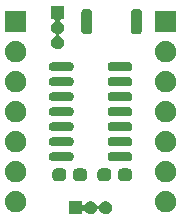
<source format=gts>
G04 #@! TF.GenerationSoftware,KiCad,Pcbnew,(5.1.0-1419-g57928c41b)*
G04 #@! TF.CreationDate,2019-08-03T20:03:29-07:00*
G04 #@! TF.ProjectId,attiny1614,61747469-6e79-4313-9631-342e6b696361,1.2*
G04 #@! TF.SameCoordinates,Original*
G04 #@! TF.FileFunction,Soldermask,Top*
G04 #@! TF.FilePolarity,Negative*
%FSLAX46Y46*%
G04 Gerber Fmt 4.6, Leading zero omitted, Abs format (unit mm)*
G04 Created by KiCad (PCBNEW (5.1.0-1419-g57928c41b)) date 2019-08-03 20:03:29*
%MOMM*%
%LPD*%
G04 APERTURE LIST*
%ADD10C,0.100000*%
G04 APERTURE END LIST*
D10*
G36*
X129805899Y-97495959D02*
G01*
X129822769Y-97507231D01*
X129834041Y-97524101D01*
X129840448Y-97556312D01*
X129840448Y-97714633D01*
X129860291Y-97782213D01*
X129913521Y-97828336D01*
X129983236Y-97838360D01*
X130047304Y-97809101D01*
X130061202Y-97791626D01*
X130063111Y-97786324D01*
X130085927Y-97754219D01*
X130100221Y-97727223D01*
X130124392Y-97700094D01*
X130150562Y-97663269D01*
X130174399Y-97643966D01*
X130188937Y-97627649D01*
X130226033Y-97602154D01*
X130267884Y-97568264D01*
X130288029Y-97559547D01*
X130298849Y-97552110D01*
X130349044Y-97533142D01*
X130406432Y-97508308D01*
X130419503Y-97506518D01*
X130423598Y-97504970D01*
X130485366Y-97497496D01*
X130518185Y-97493000D01*
X130587432Y-97493000D01*
X130694343Y-97506506D01*
X130754792Y-97530074D01*
X130782219Y-97535904D01*
X130803352Y-97549007D01*
X130818292Y-97554832D01*
X130859828Y-97584024D01*
X130910522Y-97615456D01*
X130921431Y-97627320D01*
X130927402Y-97631516D01*
X130966442Y-97676269D01*
X131012707Y-97726581D01*
X131046495Y-97792893D01*
X131079466Y-97856774D01*
X131128094Y-97907725D01*
X131196549Y-97924298D01*
X131263097Y-97901230D01*
X131301012Y-97857934D01*
X131320753Y-97820651D01*
X131333111Y-97786324D01*
X131355928Y-97754218D01*
X131370221Y-97727223D01*
X131394392Y-97700094D01*
X131420562Y-97663269D01*
X131444399Y-97643966D01*
X131458937Y-97627649D01*
X131496033Y-97602154D01*
X131537884Y-97568264D01*
X131558029Y-97559547D01*
X131568849Y-97552110D01*
X131619044Y-97533142D01*
X131676432Y-97508308D01*
X131689503Y-97506518D01*
X131693598Y-97504970D01*
X131755366Y-97497496D01*
X131788185Y-97493000D01*
X131857432Y-97493000D01*
X131964343Y-97506506D01*
X132024792Y-97530074D01*
X132052219Y-97535904D01*
X132073352Y-97549007D01*
X132088292Y-97554832D01*
X132129828Y-97584024D01*
X132180522Y-97615456D01*
X132191431Y-97627320D01*
X132197402Y-97631516D01*
X132236442Y-97676269D01*
X132282707Y-97726581D01*
X132316500Y-97792903D01*
X132346240Y-97850524D01*
X132346580Y-97851939D01*
X132351243Y-97861091D01*
X132364178Y-97925240D01*
X132377374Y-97980204D01*
X132377320Y-97990417D01*
X132381083Y-98009077D01*
X132376926Y-98065682D01*
X132376675Y-98113566D01*
X132372060Y-98131940D01*
X132370026Y-98159636D01*
X132353744Y-98204861D01*
X132344187Y-98242911D01*
X132331247Y-98267350D01*
X132318889Y-98301676D01*
X132296072Y-98333782D01*
X132281779Y-98360777D01*
X132257608Y-98387906D01*
X132231438Y-98424731D01*
X132207601Y-98444034D01*
X132193063Y-98460351D01*
X132155967Y-98485846D01*
X132114116Y-98519736D01*
X132093971Y-98528453D01*
X132083151Y-98535890D01*
X132032956Y-98554858D01*
X131975568Y-98579692D01*
X131962497Y-98581482D01*
X131958402Y-98583030D01*
X131896634Y-98590504D01*
X131863815Y-98595000D01*
X131794568Y-98595000D01*
X131687657Y-98581494D01*
X131627208Y-98557926D01*
X131599781Y-98552096D01*
X131578648Y-98538993D01*
X131563708Y-98533168D01*
X131522172Y-98503976D01*
X131471478Y-98472544D01*
X131460569Y-98460680D01*
X131454598Y-98456484D01*
X131415558Y-98411731D01*
X131369293Y-98361419D01*
X131335505Y-98295107D01*
X131302534Y-98231226D01*
X131253906Y-98180275D01*
X131185451Y-98163702D01*
X131118903Y-98186770D01*
X131080988Y-98230066D01*
X131061247Y-98267349D01*
X131048889Y-98301676D01*
X131026072Y-98333782D01*
X131011779Y-98360777D01*
X130987608Y-98387906D01*
X130961438Y-98424731D01*
X130937601Y-98444034D01*
X130923063Y-98460351D01*
X130885967Y-98485846D01*
X130844116Y-98519736D01*
X130823971Y-98528453D01*
X130813151Y-98535890D01*
X130762956Y-98554858D01*
X130705568Y-98579692D01*
X130692497Y-98581482D01*
X130688402Y-98583030D01*
X130626634Y-98590504D01*
X130593815Y-98595000D01*
X130524568Y-98595000D01*
X130417657Y-98581494D01*
X130357208Y-98557926D01*
X130329781Y-98552096D01*
X130308648Y-98538993D01*
X130293708Y-98533168D01*
X130252172Y-98503976D01*
X130201478Y-98472544D01*
X130190569Y-98460680D01*
X130184598Y-98456484D01*
X130145558Y-98411731D01*
X130099293Y-98361419D01*
X130076220Y-98316136D01*
X130027895Y-98265502D01*
X129959440Y-98248929D01*
X129892892Y-98271997D01*
X129849380Y-98327382D01*
X129840448Y-98373784D01*
X129840448Y-98531688D01*
X129837999Y-98544000D01*
X129834041Y-98563899D01*
X129822769Y-98580769D01*
X129805899Y-98592041D01*
X129786000Y-98595999D01*
X129773688Y-98598448D01*
X128798312Y-98598448D01*
X128766101Y-98592041D01*
X128749231Y-98580769D01*
X128737959Y-98563899D01*
X128731552Y-98531688D01*
X128731552Y-97556312D01*
X128737959Y-97524101D01*
X128749231Y-97507231D01*
X128766101Y-97495959D01*
X128798312Y-97489552D01*
X129773688Y-97489552D01*
X129805899Y-97495959D01*
X129805899Y-97495959D01*
G37*
G36*
X137094360Y-96649835D02*
G01*
X137175397Y-96676166D01*
X137262663Y-96703848D01*
X137265655Y-96705493D01*
X137274488Y-96708363D01*
X137346466Y-96749919D01*
X137417499Y-96788970D01*
X137424986Y-96795253D01*
X137438511Y-96803061D01*
X137496259Y-96855057D01*
X137552857Y-96902549D01*
X137562962Y-96915118D01*
X137579261Y-96929793D01*
X137621454Y-96987867D01*
X137663579Y-97040260D01*
X137673994Y-97060182D01*
X137690586Y-97083019D01*
X137717297Y-97143012D01*
X137745439Y-97196843D01*
X137753582Y-97224510D01*
X137767621Y-97256042D01*
X137779992Y-97314241D01*
X137795328Y-97366349D01*
X137798518Y-97401401D01*
X137806999Y-97441301D01*
X137806999Y-97494592D01*
X137811343Y-97542324D01*
X137806999Y-97583653D01*
X137806999Y-97630699D01*
X137797217Y-97676721D01*
X137792873Y-97718047D01*
X137778702Y-97763827D01*
X137767621Y-97815958D01*
X137751028Y-97853226D01*
X137740622Y-97886843D01*
X137714789Y-97934620D01*
X137690586Y-97988981D01*
X137670298Y-98016905D01*
X137656580Y-98042276D01*
X137617859Y-98089082D01*
X137579261Y-98142207D01*
X137558284Y-98161095D01*
X137543952Y-98178419D01*
X137491845Y-98220917D01*
X137438511Y-98268939D01*
X137419524Y-98279901D01*
X137407025Y-98290095D01*
X137341780Y-98324786D01*
X137274488Y-98363637D01*
X137259636Y-98368463D01*
X137251003Y-98373053D01*
X137173430Y-98396473D01*
X137094360Y-98422165D01*
X137085114Y-98423137D01*
X137081851Y-98424122D01*
X136990710Y-98433059D01*
X136953211Y-98437000D01*
X136858789Y-98437000D01*
X136717640Y-98422165D01*
X136636603Y-98395834D01*
X136549337Y-98368152D01*
X136546345Y-98366507D01*
X136537512Y-98363637D01*
X136465534Y-98322081D01*
X136394501Y-98283030D01*
X136387014Y-98276747D01*
X136373489Y-98268939D01*
X136315741Y-98216943D01*
X136259143Y-98169451D01*
X136249038Y-98156882D01*
X136232739Y-98142207D01*
X136190546Y-98084133D01*
X136148421Y-98031740D01*
X136138006Y-98011818D01*
X136121414Y-97988981D01*
X136094703Y-97928988D01*
X136066561Y-97875157D01*
X136058418Y-97847490D01*
X136044379Y-97815958D01*
X136032008Y-97757759D01*
X136016672Y-97705651D01*
X136013482Y-97670599D01*
X136005001Y-97630699D01*
X136005001Y-97577408D01*
X136000657Y-97529676D01*
X136005001Y-97488347D01*
X136005001Y-97441301D01*
X136014783Y-97395279D01*
X136019127Y-97353953D01*
X136033298Y-97308173D01*
X136044379Y-97256042D01*
X136060972Y-97218774D01*
X136071378Y-97185157D01*
X136097211Y-97137380D01*
X136121414Y-97083019D01*
X136141702Y-97055095D01*
X136155420Y-97029724D01*
X136194141Y-96982918D01*
X136232739Y-96929793D01*
X136253716Y-96910905D01*
X136268048Y-96893581D01*
X136320155Y-96851083D01*
X136373489Y-96803061D01*
X136392476Y-96792099D01*
X136404975Y-96781905D01*
X136470220Y-96747214D01*
X136537512Y-96708363D01*
X136552364Y-96703537D01*
X136560997Y-96698947D01*
X136638570Y-96675527D01*
X136717640Y-96649835D01*
X136726886Y-96648863D01*
X136730149Y-96647878D01*
X136821290Y-96638941D01*
X136858789Y-96635000D01*
X136953211Y-96635000D01*
X137094360Y-96649835D01*
X137094360Y-96649835D01*
G37*
G36*
X124394360Y-96649835D02*
G01*
X124475397Y-96676166D01*
X124562663Y-96703848D01*
X124565655Y-96705493D01*
X124574488Y-96708363D01*
X124646466Y-96749919D01*
X124717499Y-96788970D01*
X124724986Y-96795253D01*
X124738511Y-96803061D01*
X124796259Y-96855057D01*
X124852857Y-96902549D01*
X124862962Y-96915118D01*
X124879261Y-96929793D01*
X124921454Y-96987867D01*
X124963579Y-97040260D01*
X124973994Y-97060182D01*
X124990586Y-97083019D01*
X125017297Y-97143012D01*
X125045439Y-97196843D01*
X125053582Y-97224510D01*
X125067621Y-97256042D01*
X125079992Y-97314241D01*
X125095328Y-97366349D01*
X125098518Y-97401401D01*
X125106999Y-97441301D01*
X125106999Y-97494592D01*
X125111343Y-97542324D01*
X125106999Y-97583653D01*
X125106999Y-97630699D01*
X125097217Y-97676721D01*
X125092873Y-97718047D01*
X125078702Y-97763827D01*
X125067621Y-97815958D01*
X125051028Y-97853226D01*
X125040622Y-97886843D01*
X125014789Y-97934620D01*
X124990586Y-97988981D01*
X124970298Y-98016905D01*
X124956580Y-98042276D01*
X124917859Y-98089082D01*
X124879261Y-98142207D01*
X124858284Y-98161095D01*
X124843952Y-98178419D01*
X124791845Y-98220917D01*
X124738511Y-98268939D01*
X124719524Y-98279901D01*
X124707025Y-98290095D01*
X124641780Y-98324786D01*
X124574488Y-98363637D01*
X124559636Y-98368463D01*
X124551003Y-98373053D01*
X124473430Y-98396473D01*
X124394360Y-98422165D01*
X124385114Y-98423137D01*
X124381851Y-98424122D01*
X124290710Y-98433059D01*
X124253211Y-98437000D01*
X124158789Y-98437000D01*
X124017640Y-98422165D01*
X123936603Y-98395834D01*
X123849337Y-98368152D01*
X123846345Y-98366507D01*
X123837512Y-98363637D01*
X123765534Y-98322081D01*
X123694501Y-98283030D01*
X123687014Y-98276747D01*
X123673489Y-98268939D01*
X123615741Y-98216943D01*
X123559143Y-98169451D01*
X123549038Y-98156882D01*
X123532739Y-98142207D01*
X123490546Y-98084133D01*
X123448421Y-98031740D01*
X123438006Y-98011818D01*
X123421414Y-97988981D01*
X123394703Y-97928988D01*
X123366561Y-97875157D01*
X123358418Y-97847490D01*
X123344379Y-97815958D01*
X123332008Y-97757759D01*
X123316672Y-97705651D01*
X123313482Y-97670599D01*
X123305001Y-97630699D01*
X123305001Y-97577408D01*
X123300657Y-97529676D01*
X123305001Y-97488347D01*
X123305001Y-97441301D01*
X123314783Y-97395279D01*
X123319127Y-97353953D01*
X123333298Y-97308173D01*
X123344379Y-97256042D01*
X123360972Y-97218774D01*
X123371378Y-97185157D01*
X123397211Y-97137380D01*
X123421414Y-97083019D01*
X123441702Y-97055095D01*
X123455420Y-97029724D01*
X123494141Y-96982918D01*
X123532739Y-96929793D01*
X123553716Y-96910905D01*
X123568048Y-96893581D01*
X123620155Y-96851083D01*
X123673489Y-96803061D01*
X123692476Y-96792099D01*
X123704975Y-96781905D01*
X123770220Y-96747214D01*
X123837512Y-96708363D01*
X123852364Y-96703537D01*
X123860997Y-96698947D01*
X123938570Y-96675527D01*
X124017640Y-96649835D01*
X124026886Y-96648863D01*
X124030149Y-96647878D01*
X124121290Y-96638941D01*
X124158789Y-96635000D01*
X124253211Y-96635000D01*
X124394360Y-96649835D01*
X124394360Y-96649835D01*
G37*
G36*
X137094360Y-94109835D02*
G01*
X137175397Y-94136166D01*
X137262663Y-94163848D01*
X137265655Y-94165493D01*
X137274488Y-94168363D01*
X137346466Y-94209919D01*
X137417499Y-94248970D01*
X137424986Y-94255253D01*
X137438511Y-94263061D01*
X137496259Y-94315057D01*
X137552857Y-94362549D01*
X137562962Y-94375118D01*
X137579261Y-94389793D01*
X137621454Y-94447867D01*
X137663579Y-94500260D01*
X137673994Y-94520182D01*
X137690586Y-94543019D01*
X137717297Y-94603012D01*
X137745439Y-94656843D01*
X137753582Y-94684510D01*
X137767621Y-94716042D01*
X137779992Y-94774241D01*
X137795328Y-94826349D01*
X137798518Y-94861401D01*
X137806999Y-94901301D01*
X137806999Y-94954592D01*
X137811343Y-95002324D01*
X137806999Y-95043653D01*
X137806999Y-95090699D01*
X137797217Y-95136721D01*
X137792873Y-95178047D01*
X137778702Y-95223827D01*
X137767621Y-95275958D01*
X137751028Y-95313226D01*
X137740622Y-95346843D01*
X137714789Y-95394620D01*
X137690586Y-95448981D01*
X137670298Y-95476905D01*
X137656580Y-95502276D01*
X137617859Y-95549082D01*
X137579261Y-95602207D01*
X137558284Y-95621095D01*
X137543952Y-95638419D01*
X137491845Y-95680917D01*
X137438511Y-95728939D01*
X137419524Y-95739901D01*
X137407025Y-95750095D01*
X137341780Y-95784786D01*
X137274488Y-95823637D01*
X137259636Y-95828463D01*
X137251003Y-95833053D01*
X137173430Y-95856473D01*
X137094360Y-95882165D01*
X137085114Y-95883137D01*
X137081851Y-95884122D01*
X136990710Y-95893059D01*
X136953211Y-95897000D01*
X136858789Y-95897000D01*
X136717640Y-95882165D01*
X136636603Y-95855834D01*
X136549337Y-95828152D01*
X136546345Y-95826507D01*
X136537512Y-95823637D01*
X136465534Y-95782081D01*
X136394501Y-95743030D01*
X136387014Y-95736747D01*
X136373489Y-95728939D01*
X136315741Y-95676943D01*
X136259143Y-95629451D01*
X136249038Y-95616882D01*
X136232739Y-95602207D01*
X136190546Y-95544133D01*
X136148421Y-95491740D01*
X136138006Y-95471818D01*
X136121414Y-95448981D01*
X136094703Y-95388988D01*
X136066561Y-95335157D01*
X136058418Y-95307490D01*
X136044379Y-95275958D01*
X136032008Y-95217759D01*
X136016672Y-95165651D01*
X136013482Y-95130599D01*
X136005001Y-95090699D01*
X136005001Y-95037408D01*
X136000657Y-94989676D01*
X136005001Y-94948347D01*
X136005001Y-94901301D01*
X136014783Y-94855279D01*
X136019127Y-94813953D01*
X136033298Y-94768173D01*
X136044379Y-94716042D01*
X136060972Y-94678774D01*
X136071378Y-94645157D01*
X136097211Y-94597380D01*
X136121414Y-94543019D01*
X136141702Y-94515095D01*
X136155420Y-94489724D01*
X136194141Y-94442918D01*
X136232739Y-94389793D01*
X136253716Y-94370905D01*
X136268048Y-94353581D01*
X136320155Y-94311083D01*
X136373489Y-94263061D01*
X136392476Y-94252099D01*
X136404975Y-94241905D01*
X136470220Y-94207214D01*
X136537512Y-94168363D01*
X136552364Y-94163537D01*
X136560997Y-94158947D01*
X136638570Y-94135527D01*
X136717640Y-94109835D01*
X136726886Y-94108863D01*
X136730149Y-94107878D01*
X136821290Y-94098941D01*
X136858789Y-94095000D01*
X136953211Y-94095000D01*
X137094360Y-94109835D01*
X137094360Y-94109835D01*
G37*
G36*
X124394360Y-94109835D02*
G01*
X124475397Y-94136166D01*
X124562663Y-94163848D01*
X124565655Y-94165493D01*
X124574488Y-94168363D01*
X124646466Y-94209919D01*
X124717499Y-94248970D01*
X124724986Y-94255253D01*
X124738511Y-94263061D01*
X124796259Y-94315057D01*
X124852857Y-94362549D01*
X124862962Y-94375118D01*
X124879261Y-94389793D01*
X124921454Y-94447867D01*
X124963579Y-94500260D01*
X124973994Y-94520182D01*
X124990586Y-94543019D01*
X125017297Y-94603012D01*
X125045439Y-94656843D01*
X125053582Y-94684510D01*
X125067621Y-94716042D01*
X125079992Y-94774241D01*
X125095328Y-94826349D01*
X125098518Y-94861401D01*
X125106999Y-94901301D01*
X125106999Y-94954592D01*
X125111343Y-95002324D01*
X125106999Y-95043653D01*
X125106999Y-95090699D01*
X125097217Y-95136721D01*
X125092873Y-95178047D01*
X125078702Y-95223827D01*
X125067621Y-95275958D01*
X125051028Y-95313226D01*
X125040622Y-95346843D01*
X125014789Y-95394620D01*
X124990586Y-95448981D01*
X124970298Y-95476905D01*
X124956580Y-95502276D01*
X124917859Y-95549082D01*
X124879261Y-95602207D01*
X124858284Y-95621095D01*
X124843952Y-95638419D01*
X124791845Y-95680917D01*
X124738511Y-95728939D01*
X124719524Y-95739901D01*
X124707025Y-95750095D01*
X124641780Y-95784786D01*
X124574488Y-95823637D01*
X124559636Y-95828463D01*
X124551003Y-95833053D01*
X124473430Y-95856473D01*
X124394360Y-95882165D01*
X124385114Y-95883137D01*
X124381851Y-95884122D01*
X124290710Y-95893059D01*
X124253211Y-95897000D01*
X124158789Y-95897000D01*
X124017640Y-95882165D01*
X123936603Y-95855834D01*
X123849337Y-95828152D01*
X123846345Y-95826507D01*
X123837512Y-95823637D01*
X123765534Y-95782081D01*
X123694501Y-95743030D01*
X123687014Y-95736747D01*
X123673489Y-95728939D01*
X123615741Y-95676943D01*
X123559143Y-95629451D01*
X123549038Y-95616882D01*
X123532739Y-95602207D01*
X123490546Y-95544133D01*
X123448421Y-95491740D01*
X123438006Y-95471818D01*
X123421414Y-95448981D01*
X123394703Y-95388988D01*
X123366561Y-95335157D01*
X123358418Y-95307490D01*
X123344379Y-95275958D01*
X123332008Y-95217759D01*
X123316672Y-95165651D01*
X123313482Y-95130599D01*
X123305001Y-95090699D01*
X123305001Y-95037408D01*
X123300657Y-94989676D01*
X123305001Y-94948347D01*
X123305001Y-94901301D01*
X123314783Y-94855279D01*
X123319127Y-94813953D01*
X123333298Y-94768173D01*
X123344379Y-94716042D01*
X123360972Y-94678774D01*
X123371378Y-94645157D01*
X123397211Y-94597380D01*
X123421414Y-94543019D01*
X123441702Y-94515095D01*
X123455420Y-94489724D01*
X123494141Y-94442918D01*
X123532739Y-94389793D01*
X123553716Y-94370905D01*
X123568048Y-94353581D01*
X123620155Y-94311083D01*
X123673489Y-94263061D01*
X123692476Y-94252099D01*
X123704975Y-94241905D01*
X123770220Y-94207214D01*
X123837512Y-94168363D01*
X123852364Y-94163537D01*
X123860997Y-94158947D01*
X123938570Y-94135527D01*
X124017640Y-94109835D01*
X124026886Y-94108863D01*
X124030149Y-94107878D01*
X124121290Y-94098941D01*
X124158789Y-94095000D01*
X124253211Y-94095000D01*
X124394360Y-94109835D01*
X124394360Y-94109835D01*
G37*
G36*
X131995980Y-94723117D02*
G01*
X131996386Y-94723117D01*
X131998637Y-94723538D01*
X132087801Y-94737660D01*
X132095691Y-94741680D01*
X132102409Y-94742936D01*
X132122176Y-94755175D01*
X132169229Y-94779150D01*
X132182776Y-94792697D01*
X132194114Y-94799717D01*
X132207432Y-94817353D01*
X132233850Y-94843771D01*
X132247267Y-94870103D01*
X132259114Y-94885791D01*
X132262418Y-94899838D01*
X132275340Y-94925199D01*
X132289686Y-95015777D01*
X132289883Y-95016614D01*
X132289883Y-95017020D01*
X132291194Y-95025297D01*
X132291194Y-95474703D01*
X132289883Y-95482980D01*
X132289883Y-95483386D01*
X132289462Y-95485637D01*
X132275340Y-95574801D01*
X132271320Y-95582691D01*
X132270064Y-95589409D01*
X132257825Y-95609176D01*
X132233850Y-95656229D01*
X132220303Y-95669776D01*
X132213283Y-95681114D01*
X132195647Y-95694432D01*
X132169229Y-95720850D01*
X132142897Y-95734267D01*
X132127209Y-95746114D01*
X132113162Y-95749418D01*
X132087801Y-95762340D01*
X131997223Y-95776686D01*
X131996386Y-95776883D01*
X131995980Y-95776883D01*
X131987703Y-95778194D01*
X131438297Y-95778194D01*
X131430020Y-95776883D01*
X131429614Y-95776883D01*
X131427363Y-95776462D01*
X131338199Y-95762340D01*
X131330309Y-95758320D01*
X131323591Y-95757064D01*
X131303824Y-95744825D01*
X131256771Y-95720850D01*
X131243224Y-95707303D01*
X131231886Y-95700283D01*
X131218568Y-95682647D01*
X131192150Y-95656229D01*
X131178733Y-95629897D01*
X131166886Y-95614209D01*
X131163582Y-95600162D01*
X131150660Y-95574801D01*
X131136314Y-95484223D01*
X131136117Y-95483386D01*
X131136117Y-95482980D01*
X131134806Y-95474703D01*
X131134806Y-95025297D01*
X131136117Y-95017020D01*
X131136117Y-95016614D01*
X131136538Y-95014363D01*
X131150660Y-94925199D01*
X131154680Y-94917309D01*
X131155936Y-94910591D01*
X131168175Y-94890824D01*
X131192150Y-94843771D01*
X131205697Y-94830224D01*
X131212717Y-94818886D01*
X131230353Y-94805568D01*
X131256771Y-94779150D01*
X131283103Y-94765733D01*
X131298791Y-94753886D01*
X131312838Y-94750582D01*
X131338199Y-94737660D01*
X131428777Y-94723314D01*
X131429614Y-94723117D01*
X131430020Y-94723117D01*
X131438297Y-94721806D01*
X131987703Y-94721806D01*
X131995980Y-94723117D01*
X131995980Y-94723117D01*
G37*
G36*
X128185980Y-94723117D02*
G01*
X128186386Y-94723117D01*
X128188637Y-94723538D01*
X128277801Y-94737660D01*
X128285691Y-94741680D01*
X128292409Y-94742936D01*
X128312176Y-94755175D01*
X128359229Y-94779150D01*
X128372776Y-94792697D01*
X128384114Y-94799717D01*
X128397432Y-94817353D01*
X128423850Y-94843771D01*
X128437267Y-94870103D01*
X128449114Y-94885791D01*
X128452418Y-94899838D01*
X128465340Y-94925199D01*
X128479686Y-95015777D01*
X128479883Y-95016614D01*
X128479883Y-95017020D01*
X128481194Y-95025297D01*
X128481194Y-95474703D01*
X128479883Y-95482980D01*
X128479883Y-95483386D01*
X128479462Y-95485637D01*
X128465340Y-95574801D01*
X128461320Y-95582691D01*
X128460064Y-95589409D01*
X128447825Y-95609176D01*
X128423850Y-95656229D01*
X128410303Y-95669776D01*
X128403283Y-95681114D01*
X128385647Y-95694432D01*
X128359229Y-95720850D01*
X128332897Y-95734267D01*
X128317209Y-95746114D01*
X128303162Y-95749418D01*
X128277801Y-95762340D01*
X128187223Y-95776686D01*
X128186386Y-95776883D01*
X128185980Y-95776883D01*
X128177703Y-95778194D01*
X127628297Y-95778194D01*
X127620020Y-95776883D01*
X127619614Y-95776883D01*
X127617363Y-95776462D01*
X127528199Y-95762340D01*
X127520309Y-95758320D01*
X127513591Y-95757064D01*
X127493824Y-95744825D01*
X127446771Y-95720850D01*
X127433224Y-95707303D01*
X127421886Y-95700283D01*
X127408568Y-95682647D01*
X127382150Y-95656229D01*
X127368733Y-95629897D01*
X127356886Y-95614209D01*
X127353582Y-95600162D01*
X127340660Y-95574801D01*
X127326314Y-95484223D01*
X127326117Y-95483386D01*
X127326117Y-95482980D01*
X127324806Y-95474703D01*
X127324806Y-95025297D01*
X127326117Y-95017020D01*
X127326117Y-95016614D01*
X127326538Y-95014363D01*
X127340660Y-94925199D01*
X127344680Y-94917309D01*
X127345936Y-94910591D01*
X127358175Y-94890824D01*
X127382150Y-94843771D01*
X127395697Y-94830224D01*
X127402717Y-94818886D01*
X127420353Y-94805568D01*
X127446771Y-94779150D01*
X127473103Y-94765733D01*
X127488791Y-94753886D01*
X127502838Y-94750582D01*
X127528199Y-94737660D01*
X127618777Y-94723314D01*
X127619614Y-94723117D01*
X127620020Y-94723117D01*
X127628297Y-94721806D01*
X128177703Y-94721806D01*
X128185980Y-94723117D01*
X128185980Y-94723117D01*
G37*
G36*
X133745980Y-94723117D02*
G01*
X133746386Y-94723117D01*
X133748637Y-94723538D01*
X133837801Y-94737660D01*
X133845691Y-94741680D01*
X133852409Y-94742936D01*
X133872176Y-94755175D01*
X133919229Y-94779150D01*
X133932776Y-94792697D01*
X133944114Y-94799717D01*
X133957432Y-94817353D01*
X133983850Y-94843771D01*
X133997267Y-94870103D01*
X134009114Y-94885791D01*
X134012418Y-94899838D01*
X134025340Y-94925199D01*
X134039686Y-95015777D01*
X134039883Y-95016614D01*
X134039883Y-95017020D01*
X134041194Y-95025297D01*
X134041194Y-95474703D01*
X134039883Y-95482980D01*
X134039883Y-95483386D01*
X134039462Y-95485637D01*
X134025340Y-95574801D01*
X134021320Y-95582691D01*
X134020064Y-95589409D01*
X134007825Y-95609176D01*
X133983850Y-95656229D01*
X133970303Y-95669776D01*
X133963283Y-95681114D01*
X133945647Y-95694432D01*
X133919229Y-95720850D01*
X133892897Y-95734267D01*
X133877209Y-95746114D01*
X133863162Y-95749418D01*
X133837801Y-95762340D01*
X133747223Y-95776686D01*
X133746386Y-95776883D01*
X133745980Y-95776883D01*
X133737703Y-95778194D01*
X133188297Y-95778194D01*
X133180020Y-95776883D01*
X133179614Y-95776883D01*
X133177363Y-95776462D01*
X133088199Y-95762340D01*
X133080309Y-95758320D01*
X133073591Y-95757064D01*
X133053824Y-95744825D01*
X133006771Y-95720850D01*
X132993224Y-95707303D01*
X132981886Y-95700283D01*
X132968568Y-95682647D01*
X132942150Y-95656229D01*
X132928733Y-95629897D01*
X132916886Y-95614209D01*
X132913582Y-95600162D01*
X132900660Y-95574801D01*
X132886314Y-95484223D01*
X132886117Y-95483386D01*
X132886117Y-95482980D01*
X132884806Y-95474703D01*
X132884806Y-95025297D01*
X132886117Y-95017020D01*
X132886117Y-95016614D01*
X132886538Y-95014363D01*
X132900660Y-94925199D01*
X132904680Y-94917309D01*
X132905936Y-94910591D01*
X132918175Y-94890824D01*
X132942150Y-94843771D01*
X132955697Y-94830224D01*
X132962717Y-94818886D01*
X132980353Y-94805568D01*
X133006771Y-94779150D01*
X133033103Y-94765733D01*
X133048791Y-94753886D01*
X133062838Y-94750582D01*
X133088199Y-94737660D01*
X133178777Y-94723314D01*
X133179614Y-94723117D01*
X133180020Y-94723117D01*
X133188297Y-94721806D01*
X133737703Y-94721806D01*
X133745980Y-94723117D01*
X133745980Y-94723117D01*
G37*
G36*
X129935980Y-94723117D02*
G01*
X129936386Y-94723117D01*
X129938637Y-94723538D01*
X130027801Y-94737660D01*
X130035691Y-94741680D01*
X130042409Y-94742936D01*
X130062176Y-94755175D01*
X130109229Y-94779150D01*
X130122776Y-94792697D01*
X130134114Y-94799717D01*
X130147432Y-94817353D01*
X130173850Y-94843771D01*
X130187267Y-94870103D01*
X130199114Y-94885791D01*
X130202418Y-94899838D01*
X130215340Y-94925199D01*
X130229686Y-95015777D01*
X130229883Y-95016614D01*
X130229883Y-95017020D01*
X130231194Y-95025297D01*
X130231194Y-95474703D01*
X130229883Y-95482980D01*
X130229883Y-95483386D01*
X130229462Y-95485637D01*
X130215340Y-95574801D01*
X130211320Y-95582691D01*
X130210064Y-95589409D01*
X130197825Y-95609176D01*
X130173850Y-95656229D01*
X130160303Y-95669776D01*
X130153283Y-95681114D01*
X130135647Y-95694432D01*
X130109229Y-95720850D01*
X130082897Y-95734267D01*
X130067209Y-95746114D01*
X130053162Y-95749418D01*
X130027801Y-95762340D01*
X129937223Y-95776686D01*
X129936386Y-95776883D01*
X129935980Y-95776883D01*
X129927703Y-95778194D01*
X129378297Y-95778194D01*
X129370020Y-95776883D01*
X129369614Y-95776883D01*
X129367363Y-95776462D01*
X129278199Y-95762340D01*
X129270309Y-95758320D01*
X129263591Y-95757064D01*
X129243824Y-95744825D01*
X129196771Y-95720850D01*
X129183224Y-95707303D01*
X129171886Y-95700283D01*
X129158568Y-95682647D01*
X129132150Y-95656229D01*
X129118733Y-95629897D01*
X129106886Y-95614209D01*
X129103582Y-95600162D01*
X129090660Y-95574801D01*
X129076314Y-95484223D01*
X129076117Y-95483386D01*
X129076117Y-95482980D01*
X129074806Y-95474703D01*
X129074806Y-95025297D01*
X129076117Y-95017020D01*
X129076117Y-95016614D01*
X129076538Y-95014363D01*
X129090660Y-94925199D01*
X129094680Y-94917309D01*
X129095936Y-94910591D01*
X129108175Y-94890824D01*
X129132150Y-94843771D01*
X129145697Y-94830224D01*
X129152717Y-94818886D01*
X129170353Y-94805568D01*
X129196771Y-94779150D01*
X129223103Y-94765733D01*
X129238791Y-94753886D01*
X129252838Y-94750582D01*
X129278199Y-94737660D01*
X129368777Y-94723314D01*
X129369614Y-94723117D01*
X129370020Y-94723117D01*
X129378297Y-94721806D01*
X129927703Y-94721806D01*
X129935980Y-94723117D01*
X129935980Y-94723117D01*
G37*
G36*
X133852483Y-93374001D02*
G01*
X133853061Y-93374001D01*
X133857575Y-93374899D01*
X133923492Y-93386522D01*
X133927426Y-93388793D01*
X133931487Y-93389601D01*
X133948405Y-93400905D01*
X133984879Y-93421963D01*
X133991207Y-93429504D01*
X133997974Y-93434026D01*
X134009598Y-93451422D01*
X134026797Y-93471920D01*
X134029142Y-93480673D01*
X134042399Y-93500513D01*
X134057999Y-93578939D01*
X134057999Y-93588367D01*
X134059715Y-93594771D01*
X134059715Y-93862751D01*
X134057999Y-93872483D01*
X134057999Y-93873061D01*
X134057101Y-93877575D01*
X134045478Y-93943492D01*
X134043207Y-93947426D01*
X134042399Y-93951487D01*
X134031095Y-93968405D01*
X134010037Y-94004879D01*
X134002496Y-94011207D01*
X133997974Y-94017974D01*
X133980578Y-94029598D01*
X133960080Y-94046797D01*
X133951327Y-94049142D01*
X133931487Y-94062399D01*
X133853061Y-94077999D01*
X133843633Y-94077999D01*
X133837229Y-94079715D01*
X132219249Y-94079715D01*
X132209517Y-94077999D01*
X132208939Y-94077999D01*
X132204425Y-94077101D01*
X132138508Y-94065478D01*
X132134574Y-94063207D01*
X132130513Y-94062399D01*
X132113595Y-94051095D01*
X132077121Y-94030037D01*
X132070793Y-94022496D01*
X132064026Y-94017974D01*
X132052402Y-94000578D01*
X132035203Y-93980080D01*
X132032858Y-93971327D01*
X132019601Y-93951487D01*
X132004001Y-93873061D01*
X132004001Y-93863633D01*
X132002285Y-93857229D01*
X132002285Y-93589249D01*
X132004001Y-93579517D01*
X132004001Y-93578939D01*
X132004899Y-93574425D01*
X132016522Y-93508508D01*
X132018793Y-93504574D01*
X132019601Y-93500513D01*
X132030905Y-93483595D01*
X132051963Y-93447121D01*
X132059504Y-93440793D01*
X132064026Y-93434026D01*
X132081422Y-93422402D01*
X132101920Y-93405203D01*
X132110673Y-93402858D01*
X132130513Y-93389601D01*
X132208939Y-93374001D01*
X132218367Y-93374001D01*
X132224771Y-93372285D01*
X133842751Y-93372285D01*
X133852483Y-93374001D01*
X133852483Y-93374001D01*
G37*
G36*
X128902483Y-93374001D02*
G01*
X128903061Y-93374001D01*
X128907575Y-93374899D01*
X128973492Y-93386522D01*
X128977426Y-93388793D01*
X128981487Y-93389601D01*
X128998405Y-93400905D01*
X129034879Y-93421963D01*
X129041207Y-93429504D01*
X129047974Y-93434026D01*
X129059598Y-93451422D01*
X129076797Y-93471920D01*
X129079142Y-93480673D01*
X129092399Y-93500513D01*
X129107999Y-93578939D01*
X129107999Y-93588367D01*
X129109715Y-93594771D01*
X129109715Y-93862751D01*
X129107999Y-93872483D01*
X129107999Y-93873061D01*
X129107101Y-93877575D01*
X129095478Y-93943492D01*
X129093207Y-93947426D01*
X129092399Y-93951487D01*
X129081095Y-93968405D01*
X129060037Y-94004879D01*
X129052496Y-94011207D01*
X129047974Y-94017974D01*
X129030578Y-94029598D01*
X129010080Y-94046797D01*
X129001327Y-94049142D01*
X128981487Y-94062399D01*
X128903061Y-94077999D01*
X128893633Y-94077999D01*
X128887229Y-94079715D01*
X127269249Y-94079715D01*
X127259517Y-94077999D01*
X127258939Y-94077999D01*
X127254425Y-94077101D01*
X127188508Y-94065478D01*
X127184574Y-94063207D01*
X127180513Y-94062399D01*
X127163595Y-94051095D01*
X127127121Y-94030037D01*
X127120793Y-94022496D01*
X127114026Y-94017974D01*
X127102402Y-94000578D01*
X127085203Y-93980080D01*
X127082858Y-93971327D01*
X127069601Y-93951487D01*
X127054001Y-93873061D01*
X127054001Y-93863633D01*
X127052285Y-93857229D01*
X127052285Y-93589249D01*
X127054001Y-93579517D01*
X127054001Y-93578939D01*
X127054899Y-93574425D01*
X127066522Y-93508508D01*
X127068793Y-93504574D01*
X127069601Y-93500513D01*
X127080905Y-93483595D01*
X127101963Y-93447121D01*
X127109504Y-93440793D01*
X127114026Y-93434026D01*
X127131422Y-93422402D01*
X127151920Y-93405203D01*
X127160673Y-93402858D01*
X127180513Y-93389601D01*
X127258939Y-93374001D01*
X127268367Y-93374001D01*
X127274771Y-93372285D01*
X128892751Y-93372285D01*
X128902483Y-93374001D01*
X128902483Y-93374001D01*
G37*
G36*
X137094360Y-91569835D02*
G01*
X137175397Y-91596166D01*
X137262663Y-91623848D01*
X137265655Y-91625493D01*
X137274488Y-91628363D01*
X137346466Y-91669919D01*
X137417499Y-91708970D01*
X137424986Y-91715253D01*
X137438511Y-91723061D01*
X137496259Y-91775057D01*
X137552857Y-91822549D01*
X137562962Y-91835118D01*
X137579261Y-91849793D01*
X137621454Y-91907867D01*
X137663579Y-91960260D01*
X137673994Y-91980182D01*
X137690586Y-92003019D01*
X137717297Y-92063012D01*
X137745439Y-92116843D01*
X137753582Y-92144510D01*
X137767621Y-92176042D01*
X137779992Y-92234241D01*
X137795328Y-92286349D01*
X137798518Y-92321401D01*
X137806999Y-92361301D01*
X137806999Y-92414592D01*
X137811343Y-92462324D01*
X137806999Y-92503653D01*
X137806999Y-92550699D01*
X137797217Y-92596721D01*
X137792873Y-92638047D01*
X137778702Y-92683827D01*
X137767621Y-92735958D01*
X137751028Y-92773226D01*
X137740622Y-92806843D01*
X137714789Y-92854620D01*
X137690586Y-92908981D01*
X137670298Y-92936905D01*
X137656580Y-92962276D01*
X137617859Y-93009082D01*
X137579261Y-93062207D01*
X137558284Y-93081095D01*
X137543952Y-93098419D01*
X137491845Y-93140917D01*
X137438511Y-93188939D01*
X137419524Y-93199901D01*
X137407025Y-93210095D01*
X137341780Y-93244786D01*
X137274488Y-93283637D01*
X137259636Y-93288463D01*
X137251003Y-93293053D01*
X137173430Y-93316473D01*
X137094360Y-93342165D01*
X137085114Y-93343137D01*
X137081851Y-93344122D01*
X136990710Y-93353059D01*
X136953211Y-93357000D01*
X136858789Y-93357000D01*
X136717640Y-93342165D01*
X136636603Y-93315834D01*
X136549337Y-93288152D01*
X136546345Y-93286507D01*
X136537512Y-93283637D01*
X136465534Y-93242081D01*
X136394501Y-93203030D01*
X136387014Y-93196747D01*
X136373489Y-93188939D01*
X136315741Y-93136943D01*
X136259143Y-93089451D01*
X136249038Y-93076882D01*
X136232739Y-93062207D01*
X136190546Y-93004133D01*
X136148421Y-92951740D01*
X136138006Y-92931818D01*
X136121414Y-92908981D01*
X136094703Y-92848988D01*
X136066561Y-92795157D01*
X136058418Y-92767490D01*
X136044379Y-92735958D01*
X136032008Y-92677759D01*
X136016672Y-92625651D01*
X136013482Y-92590599D01*
X136005001Y-92550699D01*
X136005001Y-92497408D01*
X136000657Y-92449676D01*
X136005001Y-92408347D01*
X136005001Y-92361301D01*
X136014783Y-92315279D01*
X136019127Y-92273953D01*
X136033298Y-92228173D01*
X136044379Y-92176042D01*
X136060972Y-92138774D01*
X136071378Y-92105157D01*
X136097211Y-92057380D01*
X136121414Y-92003019D01*
X136141702Y-91975095D01*
X136155420Y-91949724D01*
X136194141Y-91902918D01*
X136232739Y-91849793D01*
X136253716Y-91830905D01*
X136268048Y-91813581D01*
X136320155Y-91771083D01*
X136373489Y-91723061D01*
X136392476Y-91712099D01*
X136404975Y-91701905D01*
X136470220Y-91667214D01*
X136537512Y-91628363D01*
X136552364Y-91623537D01*
X136560997Y-91618947D01*
X136638570Y-91595527D01*
X136717640Y-91569835D01*
X136726886Y-91568863D01*
X136730149Y-91567878D01*
X136821290Y-91558941D01*
X136858789Y-91555000D01*
X136953211Y-91555000D01*
X137094360Y-91569835D01*
X137094360Y-91569835D01*
G37*
G36*
X124394360Y-91569835D02*
G01*
X124475397Y-91596166D01*
X124562663Y-91623848D01*
X124565655Y-91625493D01*
X124574488Y-91628363D01*
X124646466Y-91669919D01*
X124717499Y-91708970D01*
X124724986Y-91715253D01*
X124738511Y-91723061D01*
X124796259Y-91775057D01*
X124852857Y-91822549D01*
X124862962Y-91835118D01*
X124879261Y-91849793D01*
X124921454Y-91907867D01*
X124963579Y-91960260D01*
X124973994Y-91980182D01*
X124990586Y-92003019D01*
X125017297Y-92063012D01*
X125045439Y-92116843D01*
X125053582Y-92144510D01*
X125067621Y-92176042D01*
X125079992Y-92234241D01*
X125095328Y-92286349D01*
X125098518Y-92321401D01*
X125106999Y-92361301D01*
X125106999Y-92414592D01*
X125111343Y-92462324D01*
X125106999Y-92503653D01*
X125106999Y-92550699D01*
X125097217Y-92596721D01*
X125092873Y-92638047D01*
X125078702Y-92683827D01*
X125067621Y-92735958D01*
X125051028Y-92773226D01*
X125040622Y-92806843D01*
X125014789Y-92854620D01*
X124990586Y-92908981D01*
X124970298Y-92936905D01*
X124956580Y-92962276D01*
X124917859Y-93009082D01*
X124879261Y-93062207D01*
X124858284Y-93081095D01*
X124843952Y-93098419D01*
X124791845Y-93140917D01*
X124738511Y-93188939D01*
X124719524Y-93199901D01*
X124707025Y-93210095D01*
X124641780Y-93244786D01*
X124574488Y-93283637D01*
X124559636Y-93288463D01*
X124551003Y-93293053D01*
X124473430Y-93316473D01*
X124394360Y-93342165D01*
X124385114Y-93343137D01*
X124381851Y-93344122D01*
X124290710Y-93353059D01*
X124253211Y-93357000D01*
X124158789Y-93357000D01*
X124017640Y-93342165D01*
X123936603Y-93315834D01*
X123849337Y-93288152D01*
X123846345Y-93286507D01*
X123837512Y-93283637D01*
X123765534Y-93242081D01*
X123694501Y-93203030D01*
X123687014Y-93196747D01*
X123673489Y-93188939D01*
X123615741Y-93136943D01*
X123559143Y-93089451D01*
X123549038Y-93076882D01*
X123532739Y-93062207D01*
X123490546Y-93004133D01*
X123448421Y-92951740D01*
X123438006Y-92931818D01*
X123421414Y-92908981D01*
X123394703Y-92848988D01*
X123366561Y-92795157D01*
X123358418Y-92767490D01*
X123344379Y-92735958D01*
X123332008Y-92677759D01*
X123316672Y-92625651D01*
X123313482Y-92590599D01*
X123305001Y-92550699D01*
X123305001Y-92497408D01*
X123300657Y-92449676D01*
X123305001Y-92408347D01*
X123305001Y-92361301D01*
X123314783Y-92315279D01*
X123319127Y-92273953D01*
X123333298Y-92228173D01*
X123344379Y-92176042D01*
X123360972Y-92138774D01*
X123371378Y-92105157D01*
X123397211Y-92057380D01*
X123421414Y-92003019D01*
X123441702Y-91975095D01*
X123455420Y-91949724D01*
X123494141Y-91902918D01*
X123532739Y-91849793D01*
X123553716Y-91830905D01*
X123568048Y-91813581D01*
X123620155Y-91771083D01*
X123673489Y-91723061D01*
X123692476Y-91712099D01*
X123704975Y-91701905D01*
X123770220Y-91667214D01*
X123837512Y-91628363D01*
X123852364Y-91623537D01*
X123860997Y-91618947D01*
X123938570Y-91595527D01*
X124017640Y-91569835D01*
X124026886Y-91568863D01*
X124030149Y-91567878D01*
X124121290Y-91558941D01*
X124158789Y-91555000D01*
X124253211Y-91555000D01*
X124394360Y-91569835D01*
X124394360Y-91569835D01*
G37*
G36*
X133852483Y-92104001D02*
G01*
X133853061Y-92104001D01*
X133857575Y-92104899D01*
X133923492Y-92116522D01*
X133927426Y-92118793D01*
X133931487Y-92119601D01*
X133948405Y-92130905D01*
X133984879Y-92151963D01*
X133991207Y-92159504D01*
X133997974Y-92164026D01*
X134009598Y-92181422D01*
X134026797Y-92201920D01*
X134029142Y-92210673D01*
X134042399Y-92230513D01*
X134057999Y-92308939D01*
X134057999Y-92318367D01*
X134059715Y-92324771D01*
X134059715Y-92592751D01*
X134057999Y-92602483D01*
X134057999Y-92603061D01*
X134057101Y-92607575D01*
X134045478Y-92673492D01*
X134043207Y-92677426D01*
X134042399Y-92681487D01*
X134031095Y-92698405D01*
X134010037Y-92734879D01*
X134002496Y-92741207D01*
X133997974Y-92747974D01*
X133980578Y-92759598D01*
X133960080Y-92776797D01*
X133951327Y-92779142D01*
X133931487Y-92792399D01*
X133853061Y-92807999D01*
X133843633Y-92807999D01*
X133837229Y-92809715D01*
X132219249Y-92809715D01*
X132209517Y-92807999D01*
X132208939Y-92807999D01*
X132204425Y-92807101D01*
X132138508Y-92795478D01*
X132134574Y-92793207D01*
X132130513Y-92792399D01*
X132113595Y-92781095D01*
X132077121Y-92760037D01*
X132070793Y-92752496D01*
X132064026Y-92747974D01*
X132052402Y-92730578D01*
X132035203Y-92710080D01*
X132032858Y-92701327D01*
X132019601Y-92681487D01*
X132004001Y-92603061D01*
X132004001Y-92593633D01*
X132002285Y-92587229D01*
X132002285Y-92319249D01*
X132004001Y-92309517D01*
X132004001Y-92308939D01*
X132004899Y-92304425D01*
X132016522Y-92238508D01*
X132018793Y-92234574D01*
X132019601Y-92230513D01*
X132030905Y-92213595D01*
X132051963Y-92177121D01*
X132059504Y-92170793D01*
X132064026Y-92164026D01*
X132081422Y-92152402D01*
X132101920Y-92135203D01*
X132110673Y-92132858D01*
X132130513Y-92119601D01*
X132208939Y-92104001D01*
X132218367Y-92104001D01*
X132224771Y-92102285D01*
X133842751Y-92102285D01*
X133852483Y-92104001D01*
X133852483Y-92104001D01*
G37*
G36*
X128902483Y-92104001D02*
G01*
X128903061Y-92104001D01*
X128907575Y-92104899D01*
X128973492Y-92116522D01*
X128977426Y-92118793D01*
X128981487Y-92119601D01*
X128998405Y-92130905D01*
X129034879Y-92151963D01*
X129041207Y-92159504D01*
X129047974Y-92164026D01*
X129059598Y-92181422D01*
X129076797Y-92201920D01*
X129079142Y-92210673D01*
X129092399Y-92230513D01*
X129107999Y-92308939D01*
X129107999Y-92318367D01*
X129109715Y-92324771D01*
X129109715Y-92592751D01*
X129107999Y-92602483D01*
X129107999Y-92603061D01*
X129107101Y-92607575D01*
X129095478Y-92673492D01*
X129093207Y-92677426D01*
X129092399Y-92681487D01*
X129081095Y-92698405D01*
X129060037Y-92734879D01*
X129052496Y-92741207D01*
X129047974Y-92747974D01*
X129030578Y-92759598D01*
X129010080Y-92776797D01*
X129001327Y-92779142D01*
X128981487Y-92792399D01*
X128903061Y-92807999D01*
X128893633Y-92807999D01*
X128887229Y-92809715D01*
X127269249Y-92809715D01*
X127259517Y-92807999D01*
X127258939Y-92807999D01*
X127254425Y-92807101D01*
X127188508Y-92795478D01*
X127184574Y-92793207D01*
X127180513Y-92792399D01*
X127163595Y-92781095D01*
X127127121Y-92760037D01*
X127120793Y-92752496D01*
X127114026Y-92747974D01*
X127102402Y-92730578D01*
X127085203Y-92710080D01*
X127082858Y-92701327D01*
X127069601Y-92681487D01*
X127054001Y-92603061D01*
X127054001Y-92593633D01*
X127052285Y-92587229D01*
X127052285Y-92319249D01*
X127054001Y-92309517D01*
X127054001Y-92308939D01*
X127054899Y-92304425D01*
X127066522Y-92238508D01*
X127068793Y-92234574D01*
X127069601Y-92230513D01*
X127080905Y-92213595D01*
X127101963Y-92177121D01*
X127109504Y-92170793D01*
X127114026Y-92164026D01*
X127131422Y-92152402D01*
X127151920Y-92135203D01*
X127160673Y-92132858D01*
X127180513Y-92119601D01*
X127258939Y-92104001D01*
X127268367Y-92104001D01*
X127274771Y-92102285D01*
X128892751Y-92102285D01*
X128902483Y-92104001D01*
X128902483Y-92104001D01*
G37*
G36*
X128902483Y-90834001D02*
G01*
X128903061Y-90834001D01*
X128907575Y-90834899D01*
X128973492Y-90846522D01*
X128977426Y-90848793D01*
X128981487Y-90849601D01*
X128998405Y-90860905D01*
X129034879Y-90881963D01*
X129041207Y-90889504D01*
X129047974Y-90894026D01*
X129059598Y-90911422D01*
X129076797Y-90931920D01*
X129079142Y-90940673D01*
X129092399Y-90960513D01*
X129107999Y-91038939D01*
X129107999Y-91048367D01*
X129109715Y-91054771D01*
X129109715Y-91322751D01*
X129107999Y-91332483D01*
X129107999Y-91333061D01*
X129107101Y-91337575D01*
X129095478Y-91403492D01*
X129093207Y-91407426D01*
X129092399Y-91411487D01*
X129081095Y-91428405D01*
X129060037Y-91464879D01*
X129052496Y-91471207D01*
X129047974Y-91477974D01*
X129030578Y-91489598D01*
X129010080Y-91506797D01*
X129001327Y-91509142D01*
X128981487Y-91522399D01*
X128903061Y-91537999D01*
X128893633Y-91537999D01*
X128887229Y-91539715D01*
X127269249Y-91539715D01*
X127259517Y-91537999D01*
X127258939Y-91537999D01*
X127254425Y-91537101D01*
X127188508Y-91525478D01*
X127184574Y-91523207D01*
X127180513Y-91522399D01*
X127163595Y-91511095D01*
X127127121Y-91490037D01*
X127120793Y-91482496D01*
X127114026Y-91477974D01*
X127102402Y-91460578D01*
X127085203Y-91440080D01*
X127082858Y-91431327D01*
X127069601Y-91411487D01*
X127054001Y-91333061D01*
X127054001Y-91323633D01*
X127052285Y-91317229D01*
X127052285Y-91049249D01*
X127054001Y-91039517D01*
X127054001Y-91038939D01*
X127054899Y-91034425D01*
X127066522Y-90968508D01*
X127068793Y-90964574D01*
X127069601Y-90960513D01*
X127080905Y-90943595D01*
X127101963Y-90907121D01*
X127109504Y-90900793D01*
X127114026Y-90894026D01*
X127131422Y-90882402D01*
X127151920Y-90865203D01*
X127160673Y-90862858D01*
X127180513Y-90849601D01*
X127258939Y-90834001D01*
X127268367Y-90834001D01*
X127274771Y-90832285D01*
X128892751Y-90832285D01*
X128902483Y-90834001D01*
X128902483Y-90834001D01*
G37*
G36*
X133852483Y-90834001D02*
G01*
X133853061Y-90834001D01*
X133857575Y-90834899D01*
X133923492Y-90846522D01*
X133927426Y-90848793D01*
X133931487Y-90849601D01*
X133948405Y-90860905D01*
X133984879Y-90881963D01*
X133991207Y-90889504D01*
X133997974Y-90894026D01*
X134009598Y-90911422D01*
X134026797Y-90931920D01*
X134029142Y-90940673D01*
X134042399Y-90960513D01*
X134057999Y-91038939D01*
X134057999Y-91048367D01*
X134059715Y-91054771D01*
X134059715Y-91322751D01*
X134057999Y-91332483D01*
X134057999Y-91333061D01*
X134057101Y-91337575D01*
X134045478Y-91403492D01*
X134043207Y-91407426D01*
X134042399Y-91411487D01*
X134031095Y-91428405D01*
X134010037Y-91464879D01*
X134002496Y-91471207D01*
X133997974Y-91477974D01*
X133980578Y-91489598D01*
X133960080Y-91506797D01*
X133951327Y-91509142D01*
X133931487Y-91522399D01*
X133853061Y-91537999D01*
X133843633Y-91537999D01*
X133837229Y-91539715D01*
X132219249Y-91539715D01*
X132209517Y-91537999D01*
X132208939Y-91537999D01*
X132204425Y-91537101D01*
X132138508Y-91525478D01*
X132134574Y-91523207D01*
X132130513Y-91522399D01*
X132113595Y-91511095D01*
X132077121Y-91490037D01*
X132070793Y-91482496D01*
X132064026Y-91477974D01*
X132052402Y-91460578D01*
X132035203Y-91440080D01*
X132032858Y-91431327D01*
X132019601Y-91411487D01*
X132004001Y-91333061D01*
X132004001Y-91323633D01*
X132002285Y-91317229D01*
X132002285Y-91049249D01*
X132004001Y-91039517D01*
X132004001Y-91038939D01*
X132004899Y-91034425D01*
X132016522Y-90968508D01*
X132018793Y-90964574D01*
X132019601Y-90960513D01*
X132030905Y-90943595D01*
X132051963Y-90907121D01*
X132059504Y-90900793D01*
X132064026Y-90894026D01*
X132081422Y-90882402D01*
X132101920Y-90865203D01*
X132110673Y-90862858D01*
X132130513Y-90849601D01*
X132208939Y-90834001D01*
X132218367Y-90834001D01*
X132224771Y-90832285D01*
X133842751Y-90832285D01*
X133852483Y-90834001D01*
X133852483Y-90834001D01*
G37*
G36*
X124394360Y-89029835D02*
G01*
X124475397Y-89056166D01*
X124562663Y-89083848D01*
X124565655Y-89085493D01*
X124574488Y-89088363D01*
X124646466Y-89129919D01*
X124717499Y-89168970D01*
X124724986Y-89175253D01*
X124738511Y-89183061D01*
X124796259Y-89235057D01*
X124852857Y-89282549D01*
X124862962Y-89295118D01*
X124879261Y-89309793D01*
X124921454Y-89367867D01*
X124963579Y-89420260D01*
X124973994Y-89440182D01*
X124990586Y-89463019D01*
X125017297Y-89523012D01*
X125045439Y-89576843D01*
X125053582Y-89604510D01*
X125067621Y-89636042D01*
X125079992Y-89694241D01*
X125095328Y-89746349D01*
X125098518Y-89781401D01*
X125106999Y-89821301D01*
X125106999Y-89874592D01*
X125111343Y-89922324D01*
X125106999Y-89963653D01*
X125106999Y-90010699D01*
X125097217Y-90056721D01*
X125092873Y-90098047D01*
X125078702Y-90143827D01*
X125067621Y-90195958D01*
X125051028Y-90233226D01*
X125040622Y-90266843D01*
X125014789Y-90314620D01*
X124990586Y-90368981D01*
X124970298Y-90396905D01*
X124956580Y-90422276D01*
X124917859Y-90469082D01*
X124879261Y-90522207D01*
X124858284Y-90541095D01*
X124843952Y-90558419D01*
X124791845Y-90600917D01*
X124738511Y-90648939D01*
X124719524Y-90659901D01*
X124707025Y-90670095D01*
X124641780Y-90704786D01*
X124574488Y-90743637D01*
X124559636Y-90748463D01*
X124551003Y-90753053D01*
X124473430Y-90776473D01*
X124394360Y-90802165D01*
X124385114Y-90803137D01*
X124381851Y-90804122D01*
X124290710Y-90813059D01*
X124253211Y-90817000D01*
X124158789Y-90817000D01*
X124017640Y-90802165D01*
X123936603Y-90775834D01*
X123849337Y-90748152D01*
X123846345Y-90746507D01*
X123837512Y-90743637D01*
X123765534Y-90702081D01*
X123694501Y-90663030D01*
X123687014Y-90656747D01*
X123673489Y-90648939D01*
X123615741Y-90596943D01*
X123559143Y-90549451D01*
X123549038Y-90536882D01*
X123532739Y-90522207D01*
X123490546Y-90464133D01*
X123448421Y-90411740D01*
X123438006Y-90391818D01*
X123421414Y-90368981D01*
X123394703Y-90308988D01*
X123366561Y-90255157D01*
X123358418Y-90227490D01*
X123344379Y-90195958D01*
X123332008Y-90137759D01*
X123316672Y-90085651D01*
X123313482Y-90050599D01*
X123305001Y-90010699D01*
X123305001Y-89957408D01*
X123300657Y-89909676D01*
X123305001Y-89868347D01*
X123305001Y-89821301D01*
X123314783Y-89775279D01*
X123319127Y-89733953D01*
X123333298Y-89688173D01*
X123344379Y-89636042D01*
X123360972Y-89598774D01*
X123371378Y-89565157D01*
X123397211Y-89517380D01*
X123421414Y-89463019D01*
X123441702Y-89435095D01*
X123455420Y-89409724D01*
X123494141Y-89362918D01*
X123532739Y-89309793D01*
X123553716Y-89290905D01*
X123568048Y-89273581D01*
X123620155Y-89231083D01*
X123673489Y-89183061D01*
X123692476Y-89172099D01*
X123704975Y-89161905D01*
X123770220Y-89127214D01*
X123837512Y-89088363D01*
X123852364Y-89083537D01*
X123860997Y-89078947D01*
X123938570Y-89055527D01*
X124017640Y-89029835D01*
X124026886Y-89028863D01*
X124030149Y-89027878D01*
X124121290Y-89018941D01*
X124158789Y-89015000D01*
X124253211Y-89015000D01*
X124394360Y-89029835D01*
X124394360Y-89029835D01*
G37*
G36*
X137094360Y-89029835D02*
G01*
X137175397Y-89056166D01*
X137262663Y-89083848D01*
X137265655Y-89085493D01*
X137274488Y-89088363D01*
X137346466Y-89129919D01*
X137417499Y-89168970D01*
X137424986Y-89175253D01*
X137438511Y-89183061D01*
X137496259Y-89235057D01*
X137552857Y-89282549D01*
X137562962Y-89295118D01*
X137579261Y-89309793D01*
X137621454Y-89367867D01*
X137663579Y-89420260D01*
X137673994Y-89440182D01*
X137690586Y-89463019D01*
X137717297Y-89523012D01*
X137745439Y-89576843D01*
X137753582Y-89604510D01*
X137767621Y-89636042D01*
X137779992Y-89694241D01*
X137795328Y-89746349D01*
X137798518Y-89781401D01*
X137806999Y-89821301D01*
X137806999Y-89874592D01*
X137811343Y-89922324D01*
X137806999Y-89963653D01*
X137806999Y-90010699D01*
X137797217Y-90056721D01*
X137792873Y-90098047D01*
X137778702Y-90143827D01*
X137767621Y-90195958D01*
X137751028Y-90233226D01*
X137740622Y-90266843D01*
X137714789Y-90314620D01*
X137690586Y-90368981D01*
X137670298Y-90396905D01*
X137656580Y-90422276D01*
X137617859Y-90469082D01*
X137579261Y-90522207D01*
X137558284Y-90541095D01*
X137543952Y-90558419D01*
X137491845Y-90600917D01*
X137438511Y-90648939D01*
X137419524Y-90659901D01*
X137407025Y-90670095D01*
X137341780Y-90704786D01*
X137274488Y-90743637D01*
X137259636Y-90748463D01*
X137251003Y-90753053D01*
X137173430Y-90776473D01*
X137094360Y-90802165D01*
X137085114Y-90803137D01*
X137081851Y-90804122D01*
X136990710Y-90813059D01*
X136953211Y-90817000D01*
X136858789Y-90817000D01*
X136717640Y-90802165D01*
X136636603Y-90775834D01*
X136549337Y-90748152D01*
X136546345Y-90746507D01*
X136537512Y-90743637D01*
X136465534Y-90702081D01*
X136394501Y-90663030D01*
X136387014Y-90656747D01*
X136373489Y-90648939D01*
X136315741Y-90596943D01*
X136259143Y-90549451D01*
X136249038Y-90536882D01*
X136232739Y-90522207D01*
X136190546Y-90464133D01*
X136148421Y-90411740D01*
X136138006Y-90391818D01*
X136121414Y-90368981D01*
X136094703Y-90308988D01*
X136066561Y-90255157D01*
X136058418Y-90227490D01*
X136044379Y-90195958D01*
X136032008Y-90137759D01*
X136016672Y-90085651D01*
X136013482Y-90050599D01*
X136005001Y-90010699D01*
X136005001Y-89957408D01*
X136000657Y-89909676D01*
X136005001Y-89868347D01*
X136005001Y-89821301D01*
X136014783Y-89775279D01*
X136019127Y-89733953D01*
X136033298Y-89688173D01*
X136044379Y-89636042D01*
X136060972Y-89598774D01*
X136071378Y-89565157D01*
X136097211Y-89517380D01*
X136121414Y-89463019D01*
X136141702Y-89435095D01*
X136155420Y-89409724D01*
X136194141Y-89362918D01*
X136232739Y-89309793D01*
X136253716Y-89290905D01*
X136268048Y-89273581D01*
X136320155Y-89231083D01*
X136373489Y-89183061D01*
X136392476Y-89172099D01*
X136404975Y-89161905D01*
X136470220Y-89127214D01*
X136537512Y-89088363D01*
X136552364Y-89083537D01*
X136560997Y-89078947D01*
X136638570Y-89055527D01*
X136717640Y-89029835D01*
X136726886Y-89028863D01*
X136730149Y-89027878D01*
X136821290Y-89018941D01*
X136858789Y-89015000D01*
X136953211Y-89015000D01*
X137094360Y-89029835D01*
X137094360Y-89029835D01*
G37*
G36*
X128902483Y-89564001D02*
G01*
X128903061Y-89564001D01*
X128907575Y-89564899D01*
X128973492Y-89576522D01*
X128977426Y-89578793D01*
X128981487Y-89579601D01*
X128998405Y-89590905D01*
X129034879Y-89611963D01*
X129041207Y-89619504D01*
X129047974Y-89624026D01*
X129059598Y-89641422D01*
X129076797Y-89661920D01*
X129079142Y-89670673D01*
X129092399Y-89690513D01*
X129107999Y-89768939D01*
X129107999Y-89778367D01*
X129109715Y-89784771D01*
X129109715Y-90052751D01*
X129107999Y-90062483D01*
X129107999Y-90063061D01*
X129107101Y-90067575D01*
X129095478Y-90133492D01*
X129093207Y-90137426D01*
X129092399Y-90141487D01*
X129081095Y-90158405D01*
X129060037Y-90194879D01*
X129052496Y-90201207D01*
X129047974Y-90207974D01*
X129030578Y-90219598D01*
X129010080Y-90236797D01*
X129001327Y-90239142D01*
X128981487Y-90252399D01*
X128903061Y-90267999D01*
X128893633Y-90267999D01*
X128887229Y-90269715D01*
X127269249Y-90269715D01*
X127259517Y-90267999D01*
X127258939Y-90267999D01*
X127254425Y-90267101D01*
X127188508Y-90255478D01*
X127184574Y-90253207D01*
X127180513Y-90252399D01*
X127163595Y-90241095D01*
X127127121Y-90220037D01*
X127120793Y-90212496D01*
X127114026Y-90207974D01*
X127102402Y-90190578D01*
X127085203Y-90170080D01*
X127082858Y-90161327D01*
X127069601Y-90141487D01*
X127054001Y-90063061D01*
X127054001Y-90053633D01*
X127052285Y-90047229D01*
X127052285Y-89779249D01*
X127054001Y-89769517D01*
X127054001Y-89768939D01*
X127054899Y-89764425D01*
X127066522Y-89698508D01*
X127068793Y-89694574D01*
X127069601Y-89690513D01*
X127080905Y-89673595D01*
X127101963Y-89637121D01*
X127109504Y-89630793D01*
X127114026Y-89624026D01*
X127131422Y-89612402D01*
X127151920Y-89595203D01*
X127160673Y-89592858D01*
X127180513Y-89579601D01*
X127258939Y-89564001D01*
X127268367Y-89564001D01*
X127274771Y-89562285D01*
X128892751Y-89562285D01*
X128902483Y-89564001D01*
X128902483Y-89564001D01*
G37*
G36*
X133852483Y-89564001D02*
G01*
X133853061Y-89564001D01*
X133857575Y-89564899D01*
X133923492Y-89576522D01*
X133927426Y-89578793D01*
X133931487Y-89579601D01*
X133948405Y-89590905D01*
X133984879Y-89611963D01*
X133991207Y-89619504D01*
X133997974Y-89624026D01*
X134009598Y-89641422D01*
X134026797Y-89661920D01*
X134029142Y-89670673D01*
X134042399Y-89690513D01*
X134057999Y-89768939D01*
X134057999Y-89778367D01*
X134059715Y-89784771D01*
X134059715Y-90052751D01*
X134057999Y-90062483D01*
X134057999Y-90063061D01*
X134057101Y-90067575D01*
X134045478Y-90133492D01*
X134043207Y-90137426D01*
X134042399Y-90141487D01*
X134031095Y-90158405D01*
X134010037Y-90194879D01*
X134002496Y-90201207D01*
X133997974Y-90207974D01*
X133980578Y-90219598D01*
X133960080Y-90236797D01*
X133951327Y-90239142D01*
X133931487Y-90252399D01*
X133853061Y-90267999D01*
X133843633Y-90267999D01*
X133837229Y-90269715D01*
X132219249Y-90269715D01*
X132209517Y-90267999D01*
X132208939Y-90267999D01*
X132204425Y-90267101D01*
X132138508Y-90255478D01*
X132134574Y-90253207D01*
X132130513Y-90252399D01*
X132113595Y-90241095D01*
X132077121Y-90220037D01*
X132070793Y-90212496D01*
X132064026Y-90207974D01*
X132052402Y-90190578D01*
X132035203Y-90170080D01*
X132032858Y-90161327D01*
X132019601Y-90141487D01*
X132004001Y-90063061D01*
X132004001Y-90053633D01*
X132002285Y-90047229D01*
X132002285Y-89779249D01*
X132004001Y-89769517D01*
X132004001Y-89768939D01*
X132004899Y-89764425D01*
X132016522Y-89698508D01*
X132018793Y-89694574D01*
X132019601Y-89690513D01*
X132030905Y-89673595D01*
X132051963Y-89637121D01*
X132059504Y-89630793D01*
X132064026Y-89624026D01*
X132081422Y-89612402D01*
X132101920Y-89595203D01*
X132110673Y-89592858D01*
X132130513Y-89579601D01*
X132208939Y-89564001D01*
X132218367Y-89564001D01*
X132224771Y-89562285D01*
X133842751Y-89562285D01*
X133852483Y-89564001D01*
X133852483Y-89564001D01*
G37*
G36*
X128902483Y-88294001D02*
G01*
X128903061Y-88294001D01*
X128907575Y-88294899D01*
X128973492Y-88306522D01*
X128977426Y-88308793D01*
X128981487Y-88309601D01*
X128998405Y-88320905D01*
X129034879Y-88341963D01*
X129041207Y-88349504D01*
X129047974Y-88354026D01*
X129059598Y-88371422D01*
X129076797Y-88391920D01*
X129079142Y-88400673D01*
X129092399Y-88420513D01*
X129107999Y-88498939D01*
X129107999Y-88508367D01*
X129109715Y-88514771D01*
X129109715Y-88782751D01*
X129107999Y-88792483D01*
X129107999Y-88793061D01*
X129107101Y-88797575D01*
X129095478Y-88863492D01*
X129093207Y-88867426D01*
X129092399Y-88871487D01*
X129081095Y-88888405D01*
X129060037Y-88924879D01*
X129052496Y-88931207D01*
X129047974Y-88937974D01*
X129030578Y-88949598D01*
X129010080Y-88966797D01*
X129001327Y-88969142D01*
X128981487Y-88982399D01*
X128903061Y-88997999D01*
X128893633Y-88997999D01*
X128887229Y-88999715D01*
X127269249Y-88999715D01*
X127259517Y-88997999D01*
X127258939Y-88997999D01*
X127254425Y-88997101D01*
X127188508Y-88985478D01*
X127184574Y-88983207D01*
X127180513Y-88982399D01*
X127163595Y-88971095D01*
X127127121Y-88950037D01*
X127120793Y-88942496D01*
X127114026Y-88937974D01*
X127102402Y-88920578D01*
X127085203Y-88900080D01*
X127082858Y-88891327D01*
X127069601Y-88871487D01*
X127054001Y-88793061D01*
X127054001Y-88783633D01*
X127052285Y-88777229D01*
X127052285Y-88509249D01*
X127054001Y-88499517D01*
X127054001Y-88498939D01*
X127054899Y-88494425D01*
X127066522Y-88428508D01*
X127068793Y-88424574D01*
X127069601Y-88420513D01*
X127080905Y-88403595D01*
X127101963Y-88367121D01*
X127109504Y-88360793D01*
X127114026Y-88354026D01*
X127131422Y-88342402D01*
X127151920Y-88325203D01*
X127160673Y-88322858D01*
X127180513Y-88309601D01*
X127258939Y-88294001D01*
X127268367Y-88294001D01*
X127274771Y-88292285D01*
X128892751Y-88292285D01*
X128902483Y-88294001D01*
X128902483Y-88294001D01*
G37*
G36*
X133852483Y-88294001D02*
G01*
X133853061Y-88294001D01*
X133857575Y-88294899D01*
X133923492Y-88306522D01*
X133927426Y-88308793D01*
X133931487Y-88309601D01*
X133948405Y-88320905D01*
X133984879Y-88341963D01*
X133991207Y-88349504D01*
X133997974Y-88354026D01*
X134009598Y-88371422D01*
X134026797Y-88391920D01*
X134029142Y-88400673D01*
X134042399Y-88420513D01*
X134057999Y-88498939D01*
X134057999Y-88508367D01*
X134059715Y-88514771D01*
X134059715Y-88782751D01*
X134057999Y-88792483D01*
X134057999Y-88793061D01*
X134057101Y-88797575D01*
X134045478Y-88863492D01*
X134043207Y-88867426D01*
X134042399Y-88871487D01*
X134031095Y-88888405D01*
X134010037Y-88924879D01*
X134002496Y-88931207D01*
X133997974Y-88937974D01*
X133980578Y-88949598D01*
X133960080Y-88966797D01*
X133951327Y-88969142D01*
X133931487Y-88982399D01*
X133853061Y-88997999D01*
X133843633Y-88997999D01*
X133837229Y-88999715D01*
X132219249Y-88999715D01*
X132209517Y-88997999D01*
X132208939Y-88997999D01*
X132204425Y-88997101D01*
X132138508Y-88985478D01*
X132134574Y-88983207D01*
X132130513Y-88982399D01*
X132113595Y-88971095D01*
X132077121Y-88950037D01*
X132070793Y-88942496D01*
X132064026Y-88937974D01*
X132052402Y-88920578D01*
X132035203Y-88900080D01*
X132032858Y-88891327D01*
X132019601Y-88871487D01*
X132004001Y-88793061D01*
X132004001Y-88783633D01*
X132002285Y-88777229D01*
X132002285Y-88509249D01*
X132004001Y-88499517D01*
X132004001Y-88498939D01*
X132004899Y-88494425D01*
X132016522Y-88428508D01*
X132018793Y-88424574D01*
X132019601Y-88420513D01*
X132030905Y-88403595D01*
X132051963Y-88367121D01*
X132059504Y-88360793D01*
X132064026Y-88354026D01*
X132081422Y-88342402D01*
X132101920Y-88325203D01*
X132110673Y-88322858D01*
X132130513Y-88309601D01*
X132208939Y-88294001D01*
X132218367Y-88294001D01*
X132224771Y-88292285D01*
X133842751Y-88292285D01*
X133852483Y-88294001D01*
X133852483Y-88294001D01*
G37*
G36*
X124394360Y-86489835D02*
G01*
X124475397Y-86516166D01*
X124562663Y-86543848D01*
X124565655Y-86545493D01*
X124574488Y-86548363D01*
X124646466Y-86589919D01*
X124717499Y-86628970D01*
X124724986Y-86635253D01*
X124738511Y-86643061D01*
X124796259Y-86695057D01*
X124852857Y-86742549D01*
X124862962Y-86755118D01*
X124879261Y-86769793D01*
X124921454Y-86827867D01*
X124963579Y-86880260D01*
X124973994Y-86900182D01*
X124990586Y-86923019D01*
X125017297Y-86983012D01*
X125045439Y-87036843D01*
X125053582Y-87064510D01*
X125067621Y-87096042D01*
X125079992Y-87154241D01*
X125095328Y-87206349D01*
X125098518Y-87241401D01*
X125106999Y-87281301D01*
X125106999Y-87334592D01*
X125111343Y-87382324D01*
X125106999Y-87423653D01*
X125106999Y-87470699D01*
X125097217Y-87516721D01*
X125092873Y-87558047D01*
X125078702Y-87603827D01*
X125067621Y-87655958D01*
X125051028Y-87693226D01*
X125040622Y-87726843D01*
X125014789Y-87774620D01*
X124990586Y-87828981D01*
X124970298Y-87856905D01*
X124956580Y-87882276D01*
X124917859Y-87929082D01*
X124879261Y-87982207D01*
X124858284Y-88001095D01*
X124843952Y-88018419D01*
X124791845Y-88060917D01*
X124738511Y-88108939D01*
X124719524Y-88119901D01*
X124707025Y-88130095D01*
X124641780Y-88164786D01*
X124574488Y-88203637D01*
X124559636Y-88208463D01*
X124551003Y-88213053D01*
X124473430Y-88236473D01*
X124394360Y-88262165D01*
X124385114Y-88263137D01*
X124381851Y-88264122D01*
X124290710Y-88273059D01*
X124253211Y-88277000D01*
X124158789Y-88277000D01*
X124017640Y-88262165D01*
X123936603Y-88235834D01*
X123849337Y-88208152D01*
X123846345Y-88206507D01*
X123837512Y-88203637D01*
X123765534Y-88162081D01*
X123694501Y-88123030D01*
X123687014Y-88116747D01*
X123673489Y-88108939D01*
X123615741Y-88056943D01*
X123559143Y-88009451D01*
X123549038Y-87996882D01*
X123532739Y-87982207D01*
X123490546Y-87924133D01*
X123448421Y-87871740D01*
X123438006Y-87851818D01*
X123421414Y-87828981D01*
X123394703Y-87768988D01*
X123366561Y-87715157D01*
X123358418Y-87687490D01*
X123344379Y-87655958D01*
X123332008Y-87597759D01*
X123316672Y-87545651D01*
X123313482Y-87510599D01*
X123305001Y-87470699D01*
X123305001Y-87417408D01*
X123300657Y-87369676D01*
X123305001Y-87328347D01*
X123305001Y-87281301D01*
X123314783Y-87235279D01*
X123319127Y-87193953D01*
X123333298Y-87148173D01*
X123344379Y-87096042D01*
X123360972Y-87058774D01*
X123371378Y-87025157D01*
X123397211Y-86977380D01*
X123421414Y-86923019D01*
X123441702Y-86895095D01*
X123455420Y-86869724D01*
X123494141Y-86822918D01*
X123532739Y-86769793D01*
X123553716Y-86750905D01*
X123568048Y-86733581D01*
X123620155Y-86691083D01*
X123673489Y-86643061D01*
X123692476Y-86632099D01*
X123704975Y-86621905D01*
X123770220Y-86587214D01*
X123837512Y-86548363D01*
X123852364Y-86543537D01*
X123860997Y-86538947D01*
X123938570Y-86515527D01*
X124017640Y-86489835D01*
X124026886Y-86488863D01*
X124030149Y-86487878D01*
X124121290Y-86478941D01*
X124158789Y-86475000D01*
X124253211Y-86475000D01*
X124394360Y-86489835D01*
X124394360Y-86489835D01*
G37*
G36*
X137094360Y-86489835D02*
G01*
X137175397Y-86516166D01*
X137262663Y-86543848D01*
X137265655Y-86545493D01*
X137274488Y-86548363D01*
X137346466Y-86589919D01*
X137417499Y-86628970D01*
X137424986Y-86635253D01*
X137438511Y-86643061D01*
X137496259Y-86695057D01*
X137552857Y-86742549D01*
X137562962Y-86755118D01*
X137579261Y-86769793D01*
X137621454Y-86827867D01*
X137663579Y-86880260D01*
X137673994Y-86900182D01*
X137690586Y-86923019D01*
X137717297Y-86983012D01*
X137745439Y-87036843D01*
X137753582Y-87064510D01*
X137767621Y-87096042D01*
X137779992Y-87154241D01*
X137795328Y-87206349D01*
X137798518Y-87241401D01*
X137806999Y-87281301D01*
X137806999Y-87334592D01*
X137811343Y-87382324D01*
X137806999Y-87423653D01*
X137806999Y-87470699D01*
X137797217Y-87516721D01*
X137792873Y-87558047D01*
X137778702Y-87603827D01*
X137767621Y-87655958D01*
X137751028Y-87693226D01*
X137740622Y-87726843D01*
X137714789Y-87774620D01*
X137690586Y-87828981D01*
X137670298Y-87856905D01*
X137656580Y-87882276D01*
X137617859Y-87929082D01*
X137579261Y-87982207D01*
X137558284Y-88001095D01*
X137543952Y-88018419D01*
X137491845Y-88060917D01*
X137438511Y-88108939D01*
X137419524Y-88119901D01*
X137407025Y-88130095D01*
X137341780Y-88164786D01*
X137274488Y-88203637D01*
X137259636Y-88208463D01*
X137251003Y-88213053D01*
X137173430Y-88236473D01*
X137094360Y-88262165D01*
X137085114Y-88263137D01*
X137081851Y-88264122D01*
X136990710Y-88273059D01*
X136953211Y-88277000D01*
X136858789Y-88277000D01*
X136717640Y-88262165D01*
X136636603Y-88235834D01*
X136549337Y-88208152D01*
X136546345Y-88206507D01*
X136537512Y-88203637D01*
X136465534Y-88162081D01*
X136394501Y-88123030D01*
X136387014Y-88116747D01*
X136373489Y-88108939D01*
X136315741Y-88056943D01*
X136259143Y-88009451D01*
X136249038Y-87996882D01*
X136232739Y-87982207D01*
X136190546Y-87924133D01*
X136148421Y-87871740D01*
X136138006Y-87851818D01*
X136121414Y-87828981D01*
X136094703Y-87768988D01*
X136066561Y-87715157D01*
X136058418Y-87687490D01*
X136044379Y-87655958D01*
X136032008Y-87597759D01*
X136016672Y-87545651D01*
X136013482Y-87510599D01*
X136005001Y-87470699D01*
X136005001Y-87417408D01*
X136000657Y-87369676D01*
X136005001Y-87328347D01*
X136005001Y-87281301D01*
X136014783Y-87235279D01*
X136019127Y-87193953D01*
X136033298Y-87148173D01*
X136044379Y-87096042D01*
X136060972Y-87058774D01*
X136071378Y-87025157D01*
X136097211Y-86977380D01*
X136121414Y-86923019D01*
X136141702Y-86895095D01*
X136155420Y-86869724D01*
X136194141Y-86822918D01*
X136232739Y-86769793D01*
X136253716Y-86750905D01*
X136268048Y-86733581D01*
X136320155Y-86691083D01*
X136373489Y-86643061D01*
X136392476Y-86632099D01*
X136404975Y-86621905D01*
X136470220Y-86587214D01*
X136537512Y-86548363D01*
X136552364Y-86543537D01*
X136560997Y-86538947D01*
X136638570Y-86515527D01*
X136717640Y-86489835D01*
X136726886Y-86488863D01*
X136730149Y-86487878D01*
X136821290Y-86478941D01*
X136858789Y-86475000D01*
X136953211Y-86475000D01*
X137094360Y-86489835D01*
X137094360Y-86489835D01*
G37*
G36*
X128902483Y-87024001D02*
G01*
X128903061Y-87024001D01*
X128907575Y-87024899D01*
X128973492Y-87036522D01*
X128977426Y-87038793D01*
X128981487Y-87039601D01*
X128998405Y-87050905D01*
X129034879Y-87071963D01*
X129041207Y-87079504D01*
X129047974Y-87084026D01*
X129059598Y-87101422D01*
X129076797Y-87121920D01*
X129079142Y-87130673D01*
X129092399Y-87150513D01*
X129107999Y-87228939D01*
X129107999Y-87238367D01*
X129109715Y-87244771D01*
X129109715Y-87512751D01*
X129107999Y-87522483D01*
X129107999Y-87523061D01*
X129107101Y-87527575D01*
X129095478Y-87593492D01*
X129093207Y-87597426D01*
X129092399Y-87601487D01*
X129081095Y-87618405D01*
X129060037Y-87654879D01*
X129052496Y-87661207D01*
X129047974Y-87667974D01*
X129030578Y-87679598D01*
X129010080Y-87696797D01*
X129001327Y-87699142D01*
X128981487Y-87712399D01*
X128903061Y-87727999D01*
X128893633Y-87727999D01*
X128887229Y-87729715D01*
X127269249Y-87729715D01*
X127259517Y-87727999D01*
X127258939Y-87727999D01*
X127254425Y-87727101D01*
X127188508Y-87715478D01*
X127184574Y-87713207D01*
X127180513Y-87712399D01*
X127163595Y-87701095D01*
X127127121Y-87680037D01*
X127120793Y-87672496D01*
X127114026Y-87667974D01*
X127102402Y-87650578D01*
X127085203Y-87630080D01*
X127082858Y-87621327D01*
X127069601Y-87601487D01*
X127054001Y-87523061D01*
X127054001Y-87513633D01*
X127052285Y-87507229D01*
X127052285Y-87239249D01*
X127054001Y-87229517D01*
X127054001Y-87228939D01*
X127054899Y-87224425D01*
X127066522Y-87158508D01*
X127068793Y-87154574D01*
X127069601Y-87150513D01*
X127080905Y-87133595D01*
X127101963Y-87097121D01*
X127109504Y-87090793D01*
X127114026Y-87084026D01*
X127131422Y-87072402D01*
X127151920Y-87055203D01*
X127160673Y-87052858D01*
X127180513Y-87039601D01*
X127258939Y-87024001D01*
X127268367Y-87024001D01*
X127274771Y-87022285D01*
X128892751Y-87022285D01*
X128902483Y-87024001D01*
X128902483Y-87024001D01*
G37*
G36*
X133852483Y-87024001D02*
G01*
X133853061Y-87024001D01*
X133857575Y-87024899D01*
X133923492Y-87036522D01*
X133927426Y-87038793D01*
X133931487Y-87039601D01*
X133948405Y-87050905D01*
X133984879Y-87071963D01*
X133991207Y-87079504D01*
X133997974Y-87084026D01*
X134009598Y-87101422D01*
X134026797Y-87121920D01*
X134029142Y-87130673D01*
X134042399Y-87150513D01*
X134057999Y-87228939D01*
X134057999Y-87238367D01*
X134059715Y-87244771D01*
X134059715Y-87512751D01*
X134057999Y-87522483D01*
X134057999Y-87523061D01*
X134057101Y-87527575D01*
X134045478Y-87593492D01*
X134043207Y-87597426D01*
X134042399Y-87601487D01*
X134031095Y-87618405D01*
X134010037Y-87654879D01*
X134002496Y-87661207D01*
X133997974Y-87667974D01*
X133980578Y-87679598D01*
X133960080Y-87696797D01*
X133951327Y-87699142D01*
X133931487Y-87712399D01*
X133853061Y-87727999D01*
X133843633Y-87727999D01*
X133837229Y-87729715D01*
X132219249Y-87729715D01*
X132209517Y-87727999D01*
X132208939Y-87727999D01*
X132204425Y-87727101D01*
X132138508Y-87715478D01*
X132134574Y-87713207D01*
X132130513Y-87712399D01*
X132113595Y-87701095D01*
X132077121Y-87680037D01*
X132070793Y-87672496D01*
X132064026Y-87667974D01*
X132052402Y-87650578D01*
X132035203Y-87630080D01*
X132032858Y-87621327D01*
X132019601Y-87601487D01*
X132004001Y-87523061D01*
X132004001Y-87513633D01*
X132002285Y-87507229D01*
X132002285Y-87239249D01*
X132004001Y-87229517D01*
X132004001Y-87228939D01*
X132004899Y-87224425D01*
X132016522Y-87158508D01*
X132018793Y-87154574D01*
X132019601Y-87150513D01*
X132030905Y-87133595D01*
X132051963Y-87097121D01*
X132059504Y-87090793D01*
X132064026Y-87084026D01*
X132081422Y-87072402D01*
X132101920Y-87055203D01*
X132110673Y-87052858D01*
X132130513Y-87039601D01*
X132208939Y-87024001D01*
X132218367Y-87024001D01*
X132224771Y-87022285D01*
X133842751Y-87022285D01*
X133852483Y-87024001D01*
X133852483Y-87024001D01*
G37*
G36*
X128902483Y-85754001D02*
G01*
X128903061Y-85754001D01*
X128907575Y-85754899D01*
X128973492Y-85766522D01*
X128977426Y-85768793D01*
X128981487Y-85769601D01*
X128998405Y-85780905D01*
X129034879Y-85801963D01*
X129041207Y-85809504D01*
X129047974Y-85814026D01*
X129059598Y-85831422D01*
X129076797Y-85851920D01*
X129079142Y-85860673D01*
X129092399Y-85880513D01*
X129107999Y-85958939D01*
X129107999Y-85968367D01*
X129109715Y-85974771D01*
X129109715Y-86242751D01*
X129107999Y-86252483D01*
X129107999Y-86253061D01*
X129107101Y-86257575D01*
X129095478Y-86323492D01*
X129093207Y-86327426D01*
X129092399Y-86331487D01*
X129081095Y-86348405D01*
X129060037Y-86384879D01*
X129052496Y-86391207D01*
X129047974Y-86397974D01*
X129030578Y-86409598D01*
X129010080Y-86426797D01*
X129001327Y-86429142D01*
X128981487Y-86442399D01*
X128903061Y-86457999D01*
X128893633Y-86457999D01*
X128887229Y-86459715D01*
X127269249Y-86459715D01*
X127259517Y-86457999D01*
X127258939Y-86457999D01*
X127254425Y-86457101D01*
X127188508Y-86445478D01*
X127184574Y-86443207D01*
X127180513Y-86442399D01*
X127163595Y-86431095D01*
X127127121Y-86410037D01*
X127120793Y-86402496D01*
X127114026Y-86397974D01*
X127102402Y-86380578D01*
X127085203Y-86360080D01*
X127082858Y-86351327D01*
X127069601Y-86331487D01*
X127054001Y-86253061D01*
X127054001Y-86243633D01*
X127052285Y-86237229D01*
X127052285Y-85969249D01*
X127054001Y-85959517D01*
X127054001Y-85958939D01*
X127054899Y-85954425D01*
X127066522Y-85888508D01*
X127068793Y-85884574D01*
X127069601Y-85880513D01*
X127080905Y-85863595D01*
X127101963Y-85827121D01*
X127109504Y-85820793D01*
X127114026Y-85814026D01*
X127131422Y-85802402D01*
X127151920Y-85785203D01*
X127160673Y-85782858D01*
X127180513Y-85769601D01*
X127258939Y-85754001D01*
X127268367Y-85754001D01*
X127274771Y-85752285D01*
X128892751Y-85752285D01*
X128902483Y-85754001D01*
X128902483Y-85754001D01*
G37*
G36*
X133852483Y-85754001D02*
G01*
X133853061Y-85754001D01*
X133857575Y-85754899D01*
X133923492Y-85766522D01*
X133927426Y-85768793D01*
X133931487Y-85769601D01*
X133948405Y-85780905D01*
X133984879Y-85801963D01*
X133991207Y-85809504D01*
X133997974Y-85814026D01*
X134009598Y-85831422D01*
X134026797Y-85851920D01*
X134029142Y-85860673D01*
X134042399Y-85880513D01*
X134057999Y-85958939D01*
X134057999Y-85968367D01*
X134059715Y-85974771D01*
X134059715Y-86242751D01*
X134057999Y-86252483D01*
X134057999Y-86253061D01*
X134057101Y-86257575D01*
X134045478Y-86323492D01*
X134043207Y-86327426D01*
X134042399Y-86331487D01*
X134031095Y-86348405D01*
X134010037Y-86384879D01*
X134002496Y-86391207D01*
X133997974Y-86397974D01*
X133980578Y-86409598D01*
X133960080Y-86426797D01*
X133951327Y-86429142D01*
X133931487Y-86442399D01*
X133853061Y-86457999D01*
X133843633Y-86457999D01*
X133837229Y-86459715D01*
X132219249Y-86459715D01*
X132209517Y-86457999D01*
X132208939Y-86457999D01*
X132204425Y-86457101D01*
X132138508Y-86445478D01*
X132134574Y-86443207D01*
X132130513Y-86442399D01*
X132113595Y-86431095D01*
X132077121Y-86410037D01*
X132070793Y-86402496D01*
X132064026Y-86397974D01*
X132052402Y-86380578D01*
X132035203Y-86360080D01*
X132032858Y-86351327D01*
X132019601Y-86331487D01*
X132004001Y-86253061D01*
X132004001Y-86243633D01*
X132002285Y-86237229D01*
X132002285Y-85969249D01*
X132004001Y-85959517D01*
X132004001Y-85958939D01*
X132004899Y-85954425D01*
X132016522Y-85888508D01*
X132018793Y-85884574D01*
X132019601Y-85880513D01*
X132030905Y-85863595D01*
X132051963Y-85827121D01*
X132059504Y-85820793D01*
X132064026Y-85814026D01*
X132081422Y-85802402D01*
X132101920Y-85785203D01*
X132110673Y-85782858D01*
X132130513Y-85769601D01*
X132208939Y-85754001D01*
X132218367Y-85754001D01*
X132224771Y-85752285D01*
X133842751Y-85752285D01*
X133852483Y-85754001D01*
X133852483Y-85754001D01*
G37*
G36*
X137094360Y-83949835D02*
G01*
X137175397Y-83976166D01*
X137262663Y-84003848D01*
X137265655Y-84005493D01*
X137274488Y-84008363D01*
X137346466Y-84049919D01*
X137417499Y-84088970D01*
X137424986Y-84095253D01*
X137438511Y-84103061D01*
X137496259Y-84155057D01*
X137552857Y-84202549D01*
X137562962Y-84215118D01*
X137579261Y-84229793D01*
X137621454Y-84287867D01*
X137663579Y-84340260D01*
X137673994Y-84360182D01*
X137690586Y-84383019D01*
X137717297Y-84443012D01*
X137745439Y-84496843D01*
X137753582Y-84524510D01*
X137767621Y-84556042D01*
X137779992Y-84614241D01*
X137795328Y-84666349D01*
X137798518Y-84701401D01*
X137806999Y-84741301D01*
X137806999Y-84794592D01*
X137811343Y-84842324D01*
X137806999Y-84883653D01*
X137806999Y-84930699D01*
X137797217Y-84976721D01*
X137792873Y-85018047D01*
X137778702Y-85063827D01*
X137767621Y-85115958D01*
X137751028Y-85153226D01*
X137740622Y-85186843D01*
X137714789Y-85234620D01*
X137690586Y-85288981D01*
X137670298Y-85316905D01*
X137656580Y-85342276D01*
X137617859Y-85389082D01*
X137579261Y-85442207D01*
X137558284Y-85461095D01*
X137543952Y-85478419D01*
X137491845Y-85520917D01*
X137438511Y-85568939D01*
X137419524Y-85579901D01*
X137407025Y-85590095D01*
X137341780Y-85624786D01*
X137274488Y-85663637D01*
X137259636Y-85668463D01*
X137251003Y-85673053D01*
X137173430Y-85696473D01*
X137094360Y-85722165D01*
X137085114Y-85723137D01*
X137081851Y-85724122D01*
X136990710Y-85733059D01*
X136953211Y-85737000D01*
X136858789Y-85737000D01*
X136717640Y-85722165D01*
X136636603Y-85695834D01*
X136549337Y-85668152D01*
X136546345Y-85666507D01*
X136537512Y-85663637D01*
X136465534Y-85622081D01*
X136394501Y-85583030D01*
X136387014Y-85576747D01*
X136373489Y-85568939D01*
X136315741Y-85516943D01*
X136259143Y-85469451D01*
X136249038Y-85456882D01*
X136232739Y-85442207D01*
X136190546Y-85384133D01*
X136148421Y-85331740D01*
X136138006Y-85311818D01*
X136121414Y-85288981D01*
X136094703Y-85228988D01*
X136066561Y-85175157D01*
X136058418Y-85147490D01*
X136044379Y-85115958D01*
X136032008Y-85057759D01*
X136016672Y-85005651D01*
X136013482Y-84970599D01*
X136005001Y-84930699D01*
X136005001Y-84877408D01*
X136000657Y-84829676D01*
X136005001Y-84788347D01*
X136005001Y-84741301D01*
X136014783Y-84695279D01*
X136019127Y-84653953D01*
X136033298Y-84608173D01*
X136044379Y-84556042D01*
X136060972Y-84518774D01*
X136071378Y-84485157D01*
X136097211Y-84437380D01*
X136121414Y-84383019D01*
X136141702Y-84355095D01*
X136155420Y-84329724D01*
X136194141Y-84282918D01*
X136232739Y-84229793D01*
X136253716Y-84210905D01*
X136268048Y-84193581D01*
X136320155Y-84151083D01*
X136373489Y-84103061D01*
X136392476Y-84092099D01*
X136404975Y-84081905D01*
X136470220Y-84047214D01*
X136537512Y-84008363D01*
X136552364Y-84003537D01*
X136560997Y-83998947D01*
X136638570Y-83975527D01*
X136717640Y-83949835D01*
X136726886Y-83948863D01*
X136730149Y-83947878D01*
X136821290Y-83938941D01*
X136858789Y-83935000D01*
X136953211Y-83935000D01*
X137094360Y-83949835D01*
X137094360Y-83949835D01*
G37*
G36*
X124394360Y-83949835D02*
G01*
X124475397Y-83976166D01*
X124562663Y-84003848D01*
X124565655Y-84005493D01*
X124574488Y-84008363D01*
X124646466Y-84049919D01*
X124717499Y-84088970D01*
X124724986Y-84095253D01*
X124738511Y-84103061D01*
X124796259Y-84155057D01*
X124852857Y-84202549D01*
X124862962Y-84215118D01*
X124879261Y-84229793D01*
X124921454Y-84287867D01*
X124963579Y-84340260D01*
X124973994Y-84360182D01*
X124990586Y-84383019D01*
X125017297Y-84443012D01*
X125045439Y-84496843D01*
X125053582Y-84524510D01*
X125067621Y-84556042D01*
X125079992Y-84614241D01*
X125095328Y-84666349D01*
X125098518Y-84701401D01*
X125106999Y-84741301D01*
X125106999Y-84794592D01*
X125111343Y-84842324D01*
X125106999Y-84883653D01*
X125106999Y-84930699D01*
X125097217Y-84976721D01*
X125092873Y-85018047D01*
X125078702Y-85063827D01*
X125067621Y-85115958D01*
X125051028Y-85153226D01*
X125040622Y-85186843D01*
X125014789Y-85234620D01*
X124990586Y-85288981D01*
X124970298Y-85316905D01*
X124956580Y-85342276D01*
X124917859Y-85389082D01*
X124879261Y-85442207D01*
X124858284Y-85461095D01*
X124843952Y-85478419D01*
X124791845Y-85520917D01*
X124738511Y-85568939D01*
X124719524Y-85579901D01*
X124707025Y-85590095D01*
X124641780Y-85624786D01*
X124574488Y-85663637D01*
X124559636Y-85668463D01*
X124551003Y-85673053D01*
X124473430Y-85696473D01*
X124394360Y-85722165D01*
X124385114Y-85723137D01*
X124381851Y-85724122D01*
X124290710Y-85733059D01*
X124253211Y-85737000D01*
X124158789Y-85737000D01*
X124017640Y-85722165D01*
X123936603Y-85695834D01*
X123849337Y-85668152D01*
X123846345Y-85666507D01*
X123837512Y-85663637D01*
X123765534Y-85622081D01*
X123694501Y-85583030D01*
X123687014Y-85576747D01*
X123673489Y-85568939D01*
X123615741Y-85516943D01*
X123559143Y-85469451D01*
X123549038Y-85456882D01*
X123532739Y-85442207D01*
X123490546Y-85384133D01*
X123448421Y-85331740D01*
X123438006Y-85311818D01*
X123421414Y-85288981D01*
X123394703Y-85228988D01*
X123366561Y-85175157D01*
X123358418Y-85147490D01*
X123344379Y-85115958D01*
X123332008Y-85057759D01*
X123316672Y-85005651D01*
X123313482Y-84970599D01*
X123305001Y-84930699D01*
X123305001Y-84877408D01*
X123300657Y-84829676D01*
X123305001Y-84788347D01*
X123305001Y-84741301D01*
X123314783Y-84695279D01*
X123319127Y-84653953D01*
X123333298Y-84608173D01*
X123344379Y-84556042D01*
X123360972Y-84518774D01*
X123371378Y-84485157D01*
X123397211Y-84437380D01*
X123421414Y-84383019D01*
X123441702Y-84355095D01*
X123455420Y-84329724D01*
X123494141Y-84282918D01*
X123532739Y-84229793D01*
X123553716Y-84210905D01*
X123568048Y-84193581D01*
X123620155Y-84151083D01*
X123673489Y-84103061D01*
X123692476Y-84092099D01*
X123704975Y-84081905D01*
X123770220Y-84047214D01*
X123837512Y-84008363D01*
X123852364Y-84003537D01*
X123860997Y-83998947D01*
X123938570Y-83975527D01*
X124017640Y-83949835D01*
X124026886Y-83948863D01*
X124030149Y-83947878D01*
X124121290Y-83938941D01*
X124158789Y-83935000D01*
X124253211Y-83935000D01*
X124394360Y-83949835D01*
X124394360Y-83949835D01*
G37*
G36*
X128281899Y-80985959D02*
G01*
X128298769Y-80997231D01*
X128310041Y-81014101D01*
X128316448Y-81046312D01*
X128316448Y-82021688D01*
X128313999Y-82034000D01*
X128310041Y-82053899D01*
X128298769Y-82070769D01*
X128281899Y-82082041D01*
X128262000Y-82085999D01*
X128249688Y-82088448D01*
X128097424Y-82088448D01*
X128029844Y-82108291D01*
X127983721Y-82161521D01*
X127973697Y-82231236D01*
X128025549Y-82315715D01*
X128065831Y-82344026D01*
X128116522Y-82375456D01*
X128127431Y-82387320D01*
X128133402Y-82391516D01*
X128172442Y-82436269D01*
X128218707Y-82486581D01*
X128252500Y-82552903D01*
X128282240Y-82610524D01*
X128282580Y-82611939D01*
X128287243Y-82621091D01*
X128300178Y-82685240D01*
X128313374Y-82740204D01*
X128313320Y-82750417D01*
X128317083Y-82769077D01*
X128312926Y-82825682D01*
X128312675Y-82873566D01*
X128308060Y-82891940D01*
X128306026Y-82919636D01*
X128289744Y-82964861D01*
X128280187Y-83002911D01*
X128267247Y-83027350D01*
X128254889Y-83061676D01*
X128232072Y-83093782D01*
X128217779Y-83120777D01*
X128193608Y-83147906D01*
X128167438Y-83184731D01*
X128143601Y-83204034D01*
X128129063Y-83220351D01*
X128091965Y-83245847D01*
X128050116Y-83279736D01*
X128029974Y-83288452D01*
X128019152Y-83295890D01*
X127968952Y-83314859D01*
X127946807Y-83324443D01*
X127893824Y-83364461D01*
X127869493Y-83430558D01*
X127884760Y-83499316D01*
X127948805Y-83555401D01*
X127960791Y-83560074D01*
X127988219Y-83565904D01*
X128009352Y-83579007D01*
X128024292Y-83584832D01*
X128065828Y-83614024D01*
X128116522Y-83645456D01*
X128127431Y-83657320D01*
X128133402Y-83661516D01*
X128172442Y-83706269D01*
X128218707Y-83756581D01*
X128252500Y-83822903D01*
X128282240Y-83880524D01*
X128282580Y-83881939D01*
X128287243Y-83891091D01*
X128300178Y-83955240D01*
X128313374Y-84010204D01*
X128313320Y-84020417D01*
X128317083Y-84039077D01*
X128312926Y-84095682D01*
X128312675Y-84143566D01*
X128308060Y-84161940D01*
X128306026Y-84189636D01*
X128289744Y-84234861D01*
X128280187Y-84272911D01*
X128267247Y-84297350D01*
X128254889Y-84331676D01*
X128232072Y-84363782D01*
X128217779Y-84390777D01*
X128193608Y-84417906D01*
X128167438Y-84454731D01*
X128143601Y-84474034D01*
X128129063Y-84490351D01*
X128091967Y-84515846D01*
X128050116Y-84549736D01*
X128029971Y-84558453D01*
X128019151Y-84565890D01*
X127968956Y-84584858D01*
X127911568Y-84609692D01*
X127898497Y-84611482D01*
X127894402Y-84613030D01*
X127832634Y-84620504D01*
X127799815Y-84625000D01*
X127730568Y-84625000D01*
X127623657Y-84611494D01*
X127563208Y-84587926D01*
X127535781Y-84582096D01*
X127514648Y-84568993D01*
X127499708Y-84563168D01*
X127458172Y-84533976D01*
X127407478Y-84502544D01*
X127396569Y-84490680D01*
X127390598Y-84486484D01*
X127351558Y-84441731D01*
X127305293Y-84391419D01*
X127271500Y-84325097D01*
X127241760Y-84267476D01*
X127241420Y-84266061D01*
X127236757Y-84256909D01*
X127223822Y-84192760D01*
X127210626Y-84137796D01*
X127210680Y-84127583D01*
X127206917Y-84108923D01*
X127211074Y-84052318D01*
X127211325Y-84004434D01*
X127215940Y-83986060D01*
X127217974Y-83958364D01*
X127234256Y-83913139D01*
X127243813Y-83875089D01*
X127256753Y-83850650D01*
X127269111Y-83816324D01*
X127291928Y-83784218D01*
X127306221Y-83757223D01*
X127330392Y-83730094D01*
X127356562Y-83693269D01*
X127380399Y-83673966D01*
X127394937Y-83657649D01*
X127432035Y-83632153D01*
X127473884Y-83598264D01*
X127494026Y-83589548D01*
X127504848Y-83582110D01*
X127555048Y-83563141D01*
X127577193Y-83553557D01*
X127630176Y-83513539D01*
X127654507Y-83447442D01*
X127639240Y-83378684D01*
X127575195Y-83322599D01*
X127563209Y-83317926D01*
X127535781Y-83312096D01*
X127514648Y-83298993D01*
X127499708Y-83293168D01*
X127458172Y-83263976D01*
X127407478Y-83232544D01*
X127396569Y-83220680D01*
X127390598Y-83216484D01*
X127351558Y-83171731D01*
X127305293Y-83121419D01*
X127271500Y-83055097D01*
X127241760Y-82997476D01*
X127241420Y-82996061D01*
X127236757Y-82986909D01*
X127223822Y-82922760D01*
X127210626Y-82867796D01*
X127210680Y-82857583D01*
X127206917Y-82838923D01*
X127211074Y-82782318D01*
X127211325Y-82734434D01*
X127215940Y-82716060D01*
X127217974Y-82688364D01*
X127234256Y-82643139D01*
X127243813Y-82605089D01*
X127256753Y-82580650D01*
X127269111Y-82546324D01*
X127291928Y-82514218D01*
X127306221Y-82487223D01*
X127330392Y-82460094D01*
X127356562Y-82423269D01*
X127380399Y-82403966D01*
X127394937Y-82387649D01*
X127432034Y-82362153D01*
X127473884Y-82328264D01*
X127494027Y-82319547D01*
X127498516Y-82316462D01*
X127542971Y-82261832D01*
X127550833Y-82191839D01*
X127519607Y-82128707D01*
X127427716Y-82088448D01*
X127274312Y-82088448D01*
X127242101Y-82082041D01*
X127225231Y-82070769D01*
X127213959Y-82053899D01*
X127207552Y-82021688D01*
X127207552Y-81046312D01*
X127213959Y-81014101D01*
X127225231Y-80997231D01*
X127242101Y-80985959D01*
X127274312Y-80979552D01*
X128249688Y-80979552D01*
X128281899Y-80985959D01*
X128281899Y-80985959D01*
G37*
G36*
X130429479Y-81244001D02*
G01*
X130430082Y-81244001D01*
X130433224Y-81244626D01*
X130513862Y-81258082D01*
X130521413Y-81262168D01*
X130528017Y-81263482D01*
X130545815Y-81275374D01*
X130587534Y-81297951D01*
X130600205Y-81311715D01*
X130611043Y-81318957D01*
X130622087Y-81335486D01*
X130644269Y-81359582D01*
X130655892Y-81386079D01*
X130666518Y-81401983D01*
X130669547Y-81417210D01*
X130678982Y-81438720D01*
X130687434Y-81506526D01*
X130687434Y-83082879D01*
X130685999Y-83091479D01*
X130685999Y-83092082D01*
X130685374Y-83095224D01*
X130671918Y-83175862D01*
X130667832Y-83183413D01*
X130666518Y-83190017D01*
X130654626Y-83207815D01*
X130632049Y-83249534D01*
X130618285Y-83262205D01*
X130611043Y-83273043D01*
X130594514Y-83284087D01*
X130570418Y-83306269D01*
X130543921Y-83317892D01*
X130528017Y-83328518D01*
X130512790Y-83331547D01*
X130491280Y-83340982D01*
X130423474Y-83349434D01*
X130047121Y-83349434D01*
X130038521Y-83347999D01*
X130037918Y-83347999D01*
X130034776Y-83347374D01*
X129954138Y-83333918D01*
X129946587Y-83329832D01*
X129939983Y-83328518D01*
X129922185Y-83316626D01*
X129880466Y-83294049D01*
X129867795Y-83280285D01*
X129856957Y-83273043D01*
X129845913Y-83256514D01*
X129823731Y-83232418D01*
X129812108Y-83205921D01*
X129801482Y-83190017D01*
X129798453Y-83174790D01*
X129789018Y-83153280D01*
X129780566Y-83085474D01*
X129780566Y-81509121D01*
X129782001Y-81500521D01*
X129782001Y-81499918D01*
X129782626Y-81496776D01*
X129796082Y-81416138D01*
X129800168Y-81408587D01*
X129801482Y-81401983D01*
X129813374Y-81384185D01*
X129835951Y-81342466D01*
X129849715Y-81329795D01*
X129856957Y-81318957D01*
X129873486Y-81307913D01*
X129897582Y-81285731D01*
X129924079Y-81274108D01*
X129939983Y-81263482D01*
X129955210Y-81260453D01*
X129976720Y-81251018D01*
X130044526Y-81242566D01*
X130420879Y-81242566D01*
X130429479Y-81244001D01*
X130429479Y-81244001D01*
G37*
G36*
X134629479Y-81244001D02*
G01*
X134630082Y-81244001D01*
X134633224Y-81244626D01*
X134713862Y-81258082D01*
X134721413Y-81262168D01*
X134728017Y-81263482D01*
X134745815Y-81275374D01*
X134787534Y-81297951D01*
X134800205Y-81311715D01*
X134811043Y-81318957D01*
X134822087Y-81335486D01*
X134844269Y-81359582D01*
X134855892Y-81386079D01*
X134866518Y-81401983D01*
X134869547Y-81417210D01*
X134878982Y-81438720D01*
X134887434Y-81506526D01*
X134887434Y-83082879D01*
X134885999Y-83091479D01*
X134885999Y-83092082D01*
X134885374Y-83095224D01*
X134871918Y-83175862D01*
X134867832Y-83183413D01*
X134866518Y-83190017D01*
X134854626Y-83207815D01*
X134832049Y-83249534D01*
X134818285Y-83262205D01*
X134811043Y-83273043D01*
X134794514Y-83284087D01*
X134770418Y-83306269D01*
X134743921Y-83317892D01*
X134728017Y-83328518D01*
X134712790Y-83331547D01*
X134691280Y-83340982D01*
X134623474Y-83349434D01*
X134247121Y-83349434D01*
X134238521Y-83347999D01*
X134237918Y-83347999D01*
X134234776Y-83347374D01*
X134154138Y-83333918D01*
X134146587Y-83329832D01*
X134139983Y-83328518D01*
X134122185Y-83316626D01*
X134080466Y-83294049D01*
X134067795Y-83280285D01*
X134056957Y-83273043D01*
X134045913Y-83256514D01*
X134023731Y-83232418D01*
X134012108Y-83205921D01*
X134001482Y-83190017D01*
X133998453Y-83174790D01*
X133989018Y-83153280D01*
X133980566Y-83085474D01*
X133980566Y-81509121D01*
X133982001Y-81500521D01*
X133982001Y-81499918D01*
X133982626Y-81496776D01*
X133996082Y-81416138D01*
X134000168Y-81408587D01*
X134001482Y-81401983D01*
X134013374Y-81384185D01*
X134035951Y-81342466D01*
X134049715Y-81329795D01*
X134056957Y-81318957D01*
X134073486Y-81307913D01*
X134097582Y-81285731D01*
X134124079Y-81274108D01*
X134139983Y-81263482D01*
X134155210Y-81260453D01*
X134176720Y-81251018D01*
X134244526Y-81242566D01*
X134620879Y-81242566D01*
X134629479Y-81244001D01*
X134629479Y-81244001D01*
G37*
G36*
X125075899Y-81397959D02*
G01*
X125092769Y-81409231D01*
X125104041Y-81426101D01*
X125110448Y-81458312D01*
X125110448Y-83133688D01*
X125107999Y-83146000D01*
X125104041Y-83165899D01*
X125092769Y-83182769D01*
X125075899Y-83194041D01*
X125056000Y-83197999D01*
X125043688Y-83200448D01*
X123368312Y-83200448D01*
X123336101Y-83194041D01*
X123319231Y-83182769D01*
X123307959Y-83165899D01*
X123301552Y-83133688D01*
X123301552Y-81458312D01*
X123307959Y-81426101D01*
X123319231Y-81409231D01*
X123336101Y-81397959D01*
X123368312Y-81391552D01*
X125043688Y-81391552D01*
X125075899Y-81397959D01*
X125075899Y-81397959D01*
G37*
G36*
X137775899Y-81397959D02*
G01*
X137792769Y-81409231D01*
X137804041Y-81426101D01*
X137810448Y-81458312D01*
X137810448Y-83133688D01*
X137807999Y-83146000D01*
X137804041Y-83165899D01*
X137792769Y-83182769D01*
X137775899Y-83194041D01*
X137756000Y-83197999D01*
X137743688Y-83200448D01*
X136068312Y-83200448D01*
X136036101Y-83194041D01*
X136019231Y-83182769D01*
X136007959Y-83165899D01*
X136001552Y-83133688D01*
X136001552Y-81458312D01*
X136007959Y-81426101D01*
X136019231Y-81409231D01*
X136036101Y-81397959D01*
X136068312Y-81391552D01*
X137743688Y-81391552D01*
X137775899Y-81397959D01*
X137775899Y-81397959D01*
G37*
M02*

</source>
